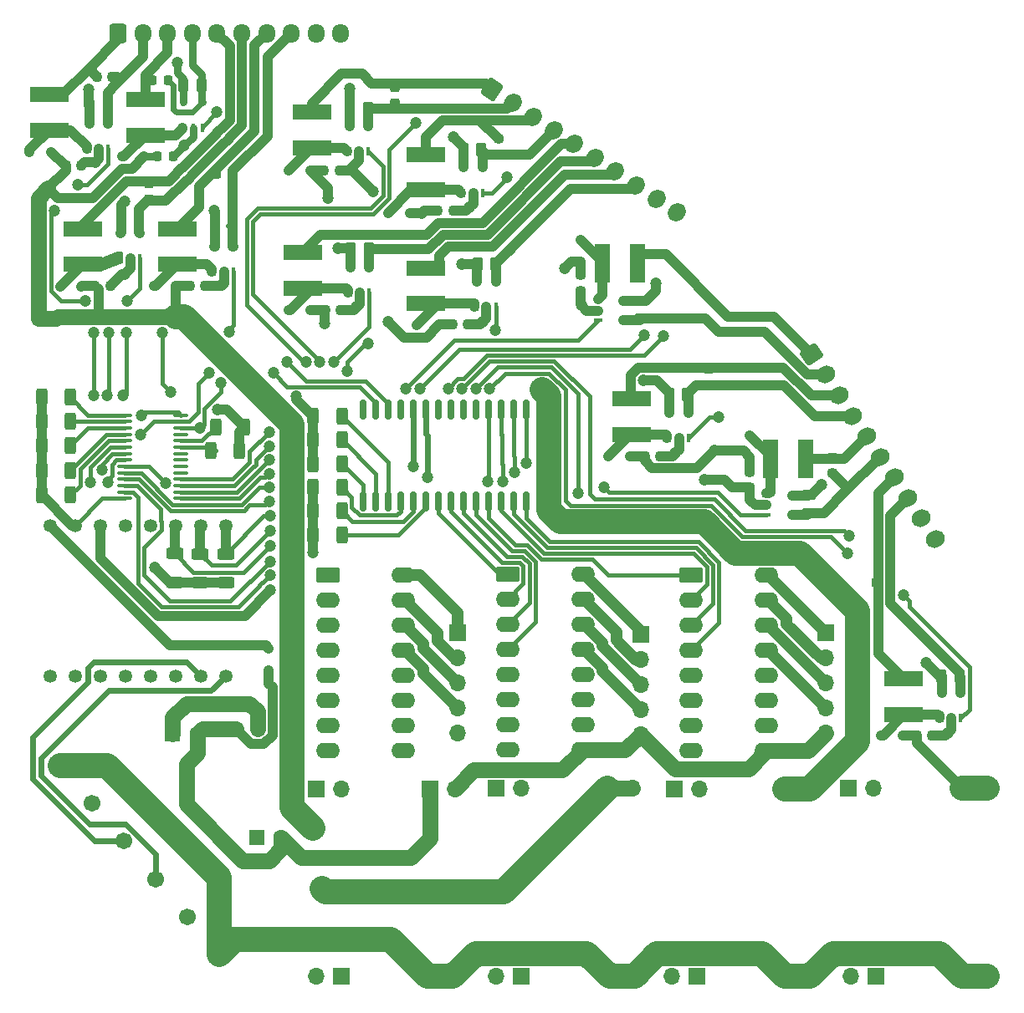
<source format=gbr>
%TF.GenerationSoftware,KiCad,Pcbnew,9.0.0*%
%TF.CreationDate,2025-12-15T13:56:06-05:00*%
%TF.ProjectId,LightDisc,4c696768-7444-4697-9363-2e6b69636164,rev?*%
%TF.SameCoordinates,Original*%
%TF.FileFunction,Copper,L1,Top*%
%TF.FilePolarity,Positive*%
%FSLAX46Y46*%
G04 Gerber Fmt 4.6, Leading zero omitted, Abs format (unit mm)*
G04 Created by KiCad (PCBNEW 9.0.0) date 2025-12-15 13:56:06*
%MOMM*%
%LPD*%
G01*
G04 APERTURE LIST*
G04 Aperture macros list*
%AMRoundRect*
0 Rectangle with rounded corners*
0 $1 Rounding radius*
0 $2 $3 $4 $5 $6 $7 $8 $9 X,Y pos of 4 corners*
0 Add a 4 corners polygon primitive as box body*
4,1,4,$2,$3,$4,$5,$6,$7,$8,$9,$2,$3,0*
0 Add four circle primitives for the rounded corners*
1,1,$1+$1,$2,$3*
1,1,$1+$1,$4,$5*
1,1,$1+$1,$6,$7*
1,1,$1+$1,$8,$9*
0 Add four rect primitives between the rounded corners*
20,1,$1+$1,$2,$3,$4,$5,0*
20,1,$1+$1,$4,$5,$6,$7,0*
20,1,$1+$1,$6,$7,$8,$9,0*
20,1,$1+$1,$8,$9,$2,$3,0*%
%AMHorizOval*
0 Thick line with rounded ends*
0 $1 width*
0 $2 $3 position (X,Y) of the first rounded end (center of the circle)*
0 $4 $5 position (X,Y) of the second rounded end (center of the circle)*
0 Add line between two ends*
20,1,$1,$2,$3,$4,$5,0*
0 Add two circle primitives to create the rounded ends*
1,1,$1,$2,$3*
1,1,$1,$4,$5*%
G04 Aperture macros list end*
%TA.AperFunction,Conductor*%
%ADD10C,0.200000*%
%TD*%
%TA.AperFunction,SMDPad,CuDef*%
%ADD11RoundRect,0.125000X-0.125000X0.125000X-0.125000X-0.125000X0.125000X-0.125000X0.125000X0.125000X0*%
%TD*%
%TA.AperFunction,ComponentPad*%
%ADD12RoundRect,0.250000X-0.600000X-0.725000X0.600000X-0.725000X0.600000X0.725000X-0.600000X0.725000X0*%
%TD*%
%TA.AperFunction,ComponentPad*%
%ADD13O,1.700000X1.950000*%
%TD*%
%TA.AperFunction,SMDPad,CuDef*%
%ADD14R,1.498600X3.987800*%
%TD*%
%TA.AperFunction,SMDPad,CuDef*%
%ADD15RoundRect,0.125000X0.125000X-0.125000X0.125000X0.125000X-0.125000X0.125000X-0.125000X-0.125000X0*%
%TD*%
%TA.AperFunction,SMDPad,CuDef*%
%ADD16R,0.952500X0.457200*%
%TD*%
%TA.AperFunction,SMDPad,CuDef*%
%ADD17RoundRect,0.250000X-0.450000X0.262500X-0.450000X-0.262500X0.450000X-0.262500X0.450000X0.262500X0*%
%TD*%
%TA.AperFunction,SMDPad,CuDef*%
%ADD18RoundRect,0.225000X0.250000X-0.225000X0.250000X0.225000X-0.250000X0.225000X-0.250000X-0.225000X0*%
%TD*%
%TA.AperFunction,SMDPad,CuDef*%
%ADD19RoundRect,0.225000X-0.250000X0.225000X-0.250000X-0.225000X0.250000X-0.225000X0.250000X0.225000X0*%
%TD*%
%TA.AperFunction,ComponentPad*%
%ADD20RoundRect,0.250000X-0.901392X-0.270402X0.097057X-0.936058X0.901392X0.270402X-0.097057X0.936058X0*%
%TD*%
%TA.AperFunction,ComponentPad*%
%ADD21HorizOval,1.700000X-0.069339X-0.104005X0.069339X0.104005X0*%
%TD*%
%TA.AperFunction,ComponentPad*%
%ADD22RoundRect,0.250000X-0.936060X0.097041X-0.270386X-0.901397X0.936060X-0.097041X0.270386X0.901397X0*%
%TD*%
%TA.AperFunction,ComponentPad*%
%ADD23HorizOval,1.700000X-0.104004X-0.069341X0.104004X0.069341X0*%
%TD*%
%TA.AperFunction,ComponentPad*%
%ADD24R,1.700000X1.700000*%
%TD*%
%TA.AperFunction,ComponentPad*%
%ADD25O,1.700000X1.700000*%
%TD*%
%TA.AperFunction,SMDPad,CuDef*%
%ADD26RoundRect,0.225000X-0.225000X-0.250000X0.225000X-0.250000X0.225000X0.250000X-0.225000X0.250000X0*%
%TD*%
%TA.AperFunction,SMDPad,CuDef*%
%ADD27RoundRect,0.225000X-0.335876X-0.017678X-0.017678X-0.335876X0.335876X0.017678X0.017678X0.335876X0*%
%TD*%
%TA.AperFunction,SMDPad,CuDef*%
%ADD28RoundRect,0.250000X-0.262500X-0.450000X0.262500X-0.450000X0.262500X0.450000X-0.262500X0.450000X0*%
%TD*%
%TA.AperFunction,SMDPad,CuDef*%
%ADD29R,3.987800X1.498600*%
%TD*%
%TA.AperFunction,ComponentPad*%
%ADD30C,1.701800*%
%TD*%
%TA.AperFunction,SMDPad,CuDef*%
%ADD31R,0.457200X0.952500*%
%TD*%
%TA.AperFunction,SMDPad,CuDef*%
%ADD32RoundRect,0.250000X-0.312500X-0.625000X0.312500X-0.625000X0.312500X0.625000X-0.312500X0.625000X0*%
%TD*%
%TA.AperFunction,SMDPad,CuDef*%
%ADD33RoundRect,0.250000X-0.625000X0.312500X-0.625000X-0.312500X0.625000X-0.312500X0.625000X0.312500X0*%
%TD*%
%TA.AperFunction,SMDPad,CuDef*%
%ADD34RoundRect,0.100000X-0.637500X-0.100000X0.637500X-0.100000X0.637500X0.100000X-0.637500X0.100000X0*%
%TD*%
%TA.AperFunction,ComponentPad*%
%ADD35RoundRect,0.250000X-0.950000X-0.550000X0.950000X-0.550000X0.950000X0.550000X-0.950000X0.550000X0*%
%TD*%
%TA.AperFunction,ComponentPad*%
%ADD36O,2.400000X1.600000*%
%TD*%
%TA.AperFunction,SMDPad,CuDef*%
%ADD37RoundRect,0.125000X-0.125000X-0.125000X0.125000X-0.125000X0.125000X0.125000X-0.125000X0.125000X0*%
%TD*%
%TA.AperFunction,SMDPad,CuDef*%
%ADD38RoundRect,0.125000X0.125000X0.125000X-0.125000X0.125000X-0.125000X-0.125000X0.125000X-0.125000X0*%
%TD*%
%TA.AperFunction,ComponentPad*%
%ADD39C,1.348000*%
%TD*%
%TA.AperFunction,SMDPad,CuDef*%
%ADD40RoundRect,0.250000X0.312500X0.625000X-0.312500X0.625000X-0.312500X-0.625000X0.312500X-0.625000X0*%
%TD*%
%TA.AperFunction,ComponentPad*%
%ADD41R,1.600000X1.600000*%
%TD*%
%TA.AperFunction,ComponentPad*%
%ADD42C,1.600000*%
%TD*%
%TA.AperFunction,SMDPad,CuDef*%
%ADD43RoundRect,0.150000X-0.150000X0.875000X-0.150000X-0.875000X0.150000X-0.875000X0.150000X0.875000X0*%
%TD*%
%TA.AperFunction,SMDPad,CuDef*%
%ADD44RoundRect,0.225000X0.225000X0.250000X-0.225000X0.250000X-0.225000X-0.250000X0.225000X-0.250000X0*%
%TD*%
%TA.AperFunction,ViaPad*%
%ADD45C,1.200000*%
%TD*%
%TA.AperFunction,Conductor*%
%ADD46C,1.000000*%
%TD*%
%TA.AperFunction,Conductor*%
%ADD47C,0.400000*%
%TD*%
%TA.AperFunction,Conductor*%
%ADD48C,0.600000*%
%TD*%
%TA.AperFunction,Conductor*%
%ADD49C,1.600000*%
%TD*%
%TA.AperFunction,Conductor*%
%ADD50C,0.800000*%
%TD*%
%TA.AperFunction,Conductor*%
%ADD51C,2.500000*%
%TD*%
%TA.AperFunction,Conductor*%
%ADD52C,1.200000*%
%TD*%
G04 APERTURE END LIST*
D10*
%TO.N,Net-(D6-A)*%
X131900000Y-45700000D02*
X129700000Y-46535221D01*
X129700000Y-45335221D01*
X131400000Y-44735221D01*
X131900000Y-44735221D01*
X131900000Y-45700000D01*
%TA.AperFunction,Conductor*%
G36*
X131900000Y-45700000D02*
G01*
X129700000Y-46535221D01*
X129700000Y-45335221D01*
X131400000Y-44735221D01*
X131900000Y-44735221D01*
X131900000Y-45700000D01*
G37*
%TD.AperFunction*%
%TD*%
D11*
%TO.P,D14,1,K*%
%TO.N,Net-(D14-K)*%
X146750000Y-84800000D03*
%TO.P,D14,2,A*%
%TO.N,5V*%
X146750000Y-87000000D03*
%TD*%
D12*
%TO.P,J2,1,Pin_1*%
%TO.N,Net-(J2-Pin_1)*%
X131500000Y-22500000D03*
D13*
%TO.P,J2,2,Pin_2*%
%TO.N,Net-(J2-Pin_2)*%
X134000000Y-22500000D03*
%TO.P,J2,3,Pin_3*%
%TO.N,Net-(J2-Pin_3)*%
X136500000Y-22500000D03*
%TO.P,J2,4,Pin_4*%
%TO.N,Net-(J2-Pin_4)*%
X139000000Y-22500000D03*
%TO.P,J2,5,Pin_5*%
%TO.N,Net-(J2-Pin_5)*%
X141500000Y-22500000D03*
%TO.P,J2,6,Pin_6*%
%TO.N,Net-(J2-Pin_6)*%
X144000000Y-22500000D03*
%TO.P,J2,7,Pin_7*%
%TO.N,Net-(J2-Pin_7)*%
X146500000Y-22500000D03*
%TO.P,J2,8,Pin_8*%
%TO.N,Net-(J2-Pin_8)*%
X149000000Y-22500000D03*
%TO.P,J2,9,Pin_9*%
%TO.N,3.3V*%
X151500000Y-22500000D03*
%TO.P,J2,10,Pin_10*%
%TO.N,Temp1*%
X154000000Y-22500000D03*
%TD*%
D14*
%TO.P,L9,2,2*%
%TO.N,Net-(D9-A)*%
X180454812Y-45800000D03*
%TO.P,L9,1,1*%
%TO.N,Net-(J19-Pin_1)*%
X184061612Y-45800000D03*
%TD*%
D15*
%TO.P,D9,2,A*%
%TO.N,Net-(D9-A)*%
X178258212Y-43400000D03*
%TO.P,D9,1,K*%
%TO.N,4V3*%
X178258212Y-45600000D03*
%TD*%
D16*
%TO.P,U16,5,VIN*%
%TO.N,4V3*%
X182634562Y-49649999D03*
%TO.P,U16,4,SET*%
%TO.N,Net-(J19-Pin_2)*%
X182634562Y-51550001D03*
%TO.P,U16,3,CTRL*%
%TO.N,LED3R*%
X180081862Y-51550001D03*
%TO.P,U16,2,GND*%
%TO.N,GND*%
X180081862Y-50600000D03*
%TO.P,U16,1,SW*%
%TO.N,Net-(D9-A)*%
X180081862Y-49649999D03*
%TD*%
D17*
%TO.P,R16,2*%
%TO.N,Net-(J19-Pin_2)*%
X184458212Y-51412500D03*
%TO.P,R16,1*%
%TO.N,4V3*%
X184458212Y-49587500D03*
%TD*%
D18*
%TO.P,C25,2*%
%TO.N,4V3*%
X178258212Y-47025000D03*
%TO.P,C25,1*%
%TO.N,GND*%
X178258212Y-48575000D03*
%TD*%
D17*
%TO.P,R18,1*%
%TO.N,4V3*%
X201396600Y-69275000D03*
%TO.P,R18,2*%
%TO.N,Net-(J19-Pin_6)*%
X201396600Y-71100000D03*
%TD*%
D14*
%TO.P,L11,1,1*%
%TO.N,Net-(J19-Pin_5)*%
X201100000Y-65600000D03*
%TO.P,L11,2,2*%
%TO.N,Net-(D11-A)*%
X197493200Y-65600000D03*
%TD*%
D16*
%TO.P,U18,1,SW*%
%TO.N,Net-(D11-A)*%
X197120250Y-69349999D03*
%TO.P,U18,2,GND*%
%TO.N,GND*%
X197120250Y-70300000D03*
%TO.P,U18,3,CTRL*%
%TO.N,LED3B*%
X197120250Y-71250001D03*
%TO.P,U18,4,SET*%
%TO.N,Net-(J19-Pin_6)*%
X199672950Y-71250001D03*
%TO.P,U18,5,VIN*%
%TO.N,4V3*%
X199672950Y-69349999D03*
%TD*%
D15*
%TO.P,D11,1,K*%
%TO.N,4V3*%
X195396600Y-65400000D03*
%TO.P,D11,2,A*%
%TO.N,Net-(D11-A)*%
X195396600Y-63200000D03*
%TD*%
D19*
%TO.P,C31,1*%
%TO.N,Net-(J19-Pin_5)*%
X203750000Y-65475000D03*
%TO.P,C31,2*%
%TO.N,Net-(J19-Pin_6)*%
X203750000Y-67025000D03*
%TD*%
D20*
%TO.P,J12,1,Pin_1*%
%TO.N,Net-(J12-Pin_1)*%
X169319381Y-28179294D03*
D21*
%TO.P,J12,2,Pin_2*%
%TO.N,Net-(J12-Pin_2)*%
X171399484Y-29566078D03*
%TO.P,J12,3,Pin_3*%
%TO.N,Net-(J12-Pin_3)*%
X173479587Y-30952863D03*
%TO.P,J12,4,Pin_4*%
%TO.N,Net-(J12-Pin_4)*%
X175559690Y-32339647D03*
%TO.P,J12,5,Pin_5*%
%TO.N,Net-(J12-Pin_5)*%
X177639794Y-33726431D03*
%TO.P,J12,6,Pin_6*%
%TO.N,Net-(J12-Pin_6)*%
X179719897Y-35113216D03*
%TO.P,J12,7,Pin_7*%
%TO.N,Net-(J12-Pin_7)*%
X181800000Y-36500000D03*
%TO.P,J12,8,Pin_8*%
%TO.N,Net-(J12-Pin_8)*%
X183880103Y-37886784D03*
%TO.P,J12,9,Pin_9*%
%TO.N,3.3V*%
X185960206Y-39273569D03*
%TO.P,J12,10,Pin_10*%
%TO.N,Temp2*%
X188040309Y-40660353D03*
%TD*%
D22*
%TO.P,J19,1,Pin_1*%
%TO.N,Net-(J19-Pin_1)*%
X201679294Y-55019381D03*
D23*
%TO.P,J19,2,Pin_2*%
%TO.N,Net-(J19-Pin_2)*%
X203066114Y-57099461D03*
%TO.P,J19,3,Pin_3*%
%TO.N,Net-(J19-Pin_3)*%
X204452936Y-59179538D03*
%TO.P,J19,4,Pin_4*%
%TO.N,Net-(J19-Pin_4)*%
X205839756Y-61259617D03*
%TO.P,J19,5,Pin_5*%
%TO.N,Net-(J19-Pin_5)*%
X207226576Y-63339697D03*
%TO.P,J19,6,Pin_6*%
%TO.N,Net-(J19-Pin_6)*%
X208613399Y-65419776D03*
%TO.P,J19,7,Pin_7*%
%TO.N,Net-(J19-Pin_7)*%
X210000218Y-67499855D03*
%TO.P,J19,8,Pin_8*%
%TO.N,Net-(J19-Pin_8)*%
X211387038Y-69579934D03*
%TO.P,J19,9,Pin_9*%
%TO.N,3.3V*%
X212773859Y-71660012D03*
%TO.P,J19,10,Pin_10*%
%TO.N,Temp3*%
X214160681Y-73740091D03*
%TD*%
D24*
%TO.P,J20,1,Pin_1*%
%TO.N,Net-(J20-Pin_1)*%
X165875844Y-83262500D03*
D25*
%TO.P,J20,2,Pin_2*%
%TO.N,Net-(J20-Pin_2)*%
X165875844Y-85802500D03*
%TO.P,J20,3,Pin_3*%
%TO.N,Net-(J20-Pin_3)*%
X165875844Y-88342500D03*
%TO.P,J20,4,Pin_4*%
%TO.N,Net-(J20-Pin_4)*%
X165875844Y-90882500D03*
%TO.P,J20,5,Pin_5*%
%TO.N,5V*%
X165875844Y-93422500D03*
%TD*%
D24*
%TO.P,J11,1,Pin_1*%
%TO.N,Net-(J11-Pin_1)*%
X184390000Y-83350000D03*
D25*
%TO.P,J11,2,Pin_2*%
%TO.N,Net-(J11-Pin_2)*%
X184390000Y-85890000D03*
%TO.P,J11,3,Pin_3*%
%TO.N,Net-(J11-Pin_3)*%
X184390000Y-88430000D03*
%TO.P,J11,4,Pin_4*%
%TO.N,Net-(J11-Pin_4)*%
X184390000Y-90970000D03*
%TO.P,J11,5,Pin_5*%
%TO.N,5V*%
X184390000Y-93510000D03*
%TD*%
D24*
%TO.P,J14,1,Pin_1*%
%TO.N,Net-(J14-Pin_1)*%
X203120000Y-83240000D03*
D25*
%TO.P,J14,2,Pin_2*%
%TO.N,Net-(J14-Pin_2)*%
X203120000Y-85780000D03*
%TO.P,J14,3,Pin_3*%
%TO.N,Net-(J14-Pin_3)*%
X203120000Y-88320000D03*
%TO.P,J14,4,Pin_4*%
%TO.N,Net-(J14-Pin_4)*%
X203120000Y-90860000D03*
%TO.P,J14,5,Pin_5*%
%TO.N,5V*%
X203120000Y-93400000D03*
%TD*%
D26*
%TO.P,C32,1*%
%TO.N,Net-(J19-Pin_7)*%
X208145000Y-78100000D03*
%TO.P,C32,2*%
%TO.N,Net-(J19-Pin_8)*%
X209695000Y-78100000D03*
%TD*%
D19*
%TO.P,C23,1*%
%TO.N,Net-(J12-Pin_5)*%
X159500000Y-42825000D03*
%TO.P,C23,2*%
%TO.N,Net-(J12-Pin_6)*%
X159500000Y-44375000D03*
%TD*%
%TO.P,C30,1*%
%TO.N,Net-(J19-Pin_3)*%
X191250000Y-56525000D03*
%TO.P,C30,2*%
%TO.N,Net-(J19-Pin_4)*%
X191250000Y-58075000D03*
%TD*%
%TO.P,C21,1*%
%TO.N,Net-(J12-Pin_1)*%
X159500000Y-28025000D03*
%TO.P,C21,2*%
%TO.N,Net-(J12-Pin_2)*%
X159500000Y-29575000D03*
%TD*%
%TO.P,C22,1*%
%TO.N,Net-(J12-Pin_3)*%
X170000000Y-33225000D03*
%TO.P,C22,2*%
%TO.N,Net-(J12-Pin_4)*%
X170000000Y-34775000D03*
%TD*%
%TO.P,C29,1*%
%TO.N,Net-(J19-Pin_1)*%
X193800000Y-51200000D03*
%TO.P,C29,2*%
%TO.N,Net-(J19-Pin_2)*%
X193800000Y-52750000D03*
%TD*%
D26*
%TO.P,C14,1*%
%TO.N,Net-(J2-Pin_3)*%
X134975000Y-27250000D03*
%TO.P,C14,2*%
%TO.N,Net-(J2-Pin_4)*%
X136525000Y-27250000D03*
%TD*%
D27*
%TO.P,C24,1*%
%TO.N,Net-(J12-Pin_7)*%
X170051992Y-43451992D03*
%TO.P,C24,2*%
%TO.N,Net-(J12-Pin_8)*%
X171148008Y-44548008D03*
%TD*%
D26*
%TO.P,C13,1*%
%TO.N,Net-(J2-Pin_1)*%
X129345000Y-26900000D03*
%TO.P,C13,2*%
%TO.N,Net-(J2-Pin_2)*%
X130895000Y-26900000D03*
%TD*%
D19*
%TO.P,C15,1*%
%TO.N,Net-(J2-Pin_5)*%
X134600000Y-37725000D03*
%TO.P,C15,2*%
%TO.N,Net-(J2-Pin_6)*%
X134600000Y-39275000D03*
%TD*%
D26*
%TO.P,C16,1*%
%TO.N,Net-(J2-Pin_7)*%
X141475000Y-36750000D03*
%TO.P,C16,2*%
%TO.N,Net-(J2-Pin_8)*%
X143025000Y-36750000D03*
%TD*%
D28*
%TO.P,R17,1*%
%TO.N,4V3*%
X187237499Y-59119424D03*
%TO.P,R17,2*%
%TO.N,Net-(J19-Pin_4)*%
X189062499Y-59119424D03*
%TD*%
D29*
%TO.P,L6,1,1*%
%TO.N,Net-(J12-Pin_3)*%
X162625000Y-34768200D03*
%TO.P,L6,2,2*%
%TO.N,Net-(D2-A)*%
X162625000Y-38375000D03*
%TD*%
D30*
%TO.P,J13,1,1*%
%TO.N,24V*%
X125644247Y-96679110D03*
%TO.P,J13,2,2*%
%TO.N,GND*%
X128858185Y-100509332D03*
%TO.P,J13,3,3*%
%TO.N,Net-(U1-GPIO20)*%
X132072123Y-104339554D03*
%TO.P,J13,4,4*%
%TO.N,Net-(U1-GPIO21)*%
X135286061Y-108169777D03*
%TO.P,J13,5,5*%
%TO.N,GND*%
X138500000Y-112000000D03*
%TO.P,J13,6,6*%
%TO.N,24V*%
X141713938Y-115830222D03*
%TD*%
D31*
%TO.P,U14,1,SW*%
%TO.N,Net-(D3-A)*%
X154993649Y-48752700D03*
%TO.P,U14,2,GND*%
%TO.N,GND*%
X155943650Y-48752700D03*
%TO.P,U14,3,CTRL*%
%TO.N,LED2B*%
X156893651Y-48752700D03*
%TO.P,U14,4,SET*%
%TO.N,Net-(J12-Pin_6)*%
X156893651Y-46200000D03*
%TO.P,U14,5,VIN*%
%TO.N,4V2*%
X154993649Y-46200000D03*
%TD*%
D24*
%TO.P,J16,1,Pin_1*%
%TO.N,GND*%
X190055000Y-118025000D03*
D25*
%TO.P,J16,2,Pin_2*%
X187515000Y-118025000D03*
%TD*%
D24*
%TO.P,J9,1,Pin_1*%
%TO.N,4V1*%
X181010000Y-98975000D03*
D25*
%TO.P,J9,2,Pin_2*%
X183550000Y-98975000D03*
%TD*%
D29*
%TO.P,L4,1,1*%
%TO.N,Net-(J2-Pin_7)*%
X137487500Y-42296600D03*
%TO.P,L4,2,2*%
%TO.N,Net-(D5-A)*%
X137487500Y-45903400D03*
%TD*%
D32*
%TO.P,R28,1*%
%TO.N,Net-(U2-~{OE})*%
X140837500Y-64800000D03*
%TO.P,R28,2*%
%TO.N,GND*%
X143762500Y-64800000D03*
%TD*%
D24*
%TO.P,J10,1,Pin_1*%
%TO.N,GND*%
X169760000Y-99000000D03*
D25*
%TO.P,J10,2,Pin_2*%
X172300000Y-99000000D03*
%TD*%
D33*
%TO.P,R20,1*%
%TO.N,Temp3*%
X137200000Y-75200000D03*
%TO.P,R20,2*%
%TO.N,GND*%
X137200000Y-78125000D03*
%TD*%
D29*
%TO.P,L8,1,1*%
%TO.N,Net-(J12-Pin_7)*%
X162600000Y-46296600D03*
%TO.P,L8,2,2*%
%TO.N,Net-(D4-A)*%
X162600000Y-49903400D03*
%TD*%
D34*
%TO.P,U2,1,A0*%
%TO.N,Net-(U2-A0)*%
X132137500Y-61175000D03*
%TO.P,U2,2,A1*%
%TO.N,Net-(U2-A1)*%
X132137500Y-61825000D03*
%TO.P,U2,3,A2*%
%TO.N,Net-(U2-A2)*%
X132137500Y-62475000D03*
%TO.P,U2,4,A3*%
%TO.N,Net-(U2-A3)*%
X132137500Y-63125000D03*
%TO.P,U2,5,A4*%
%TO.N,Net-(U2-A4)*%
X132137500Y-63775000D03*
%TO.P,U2,6,LED0*%
%TO.N,LED1R*%
X132137500Y-64425000D03*
%TO.P,U2,7,LED1*%
%TO.N,LED1G*%
X132137500Y-65075000D03*
%TO.P,U2,8,LED2*%
%TO.N,LED1B*%
X132137500Y-65725000D03*
%TO.P,U2,9,LED3*%
%TO.N,LED1W*%
X132137500Y-66375000D03*
%TO.P,U2,10,LED4*%
%TO.N,LED3R*%
X132137500Y-67025000D03*
%TO.P,U2,11,LED5*%
%TO.N,LED3G*%
X132137500Y-67675000D03*
%TO.P,U2,12,LED6*%
%TO.N,LED3B*%
X132137500Y-68325000D03*
%TO.P,U2,13,LED7*%
%TO.N,LED3W*%
X132137500Y-68975000D03*
%TO.P,U2,14,VSS*%
%TO.N,GND*%
X132137500Y-69625000D03*
%TO.P,U2,15,LED8*%
%TO.N,LED2W*%
X137862500Y-69625000D03*
%TO.P,U2,16,LED9*%
%TO.N,LED2B*%
X137862500Y-68975000D03*
%TO.P,U2,17,LED10*%
%TO.N,LED2G*%
X137862500Y-68325000D03*
%TO.P,U2,18,LED11*%
%TO.N,LED2R*%
X137862500Y-67675000D03*
%TO.P,U2,19,LED12*%
%TO.N,unconnected-(U2-LED12-Pad19)*%
X137862500Y-67025000D03*
%TO.P,U2,20,LED13*%
%TO.N,unconnected-(U2-LED13-Pad20)*%
X137862500Y-66375000D03*
%TO.P,U2,21,LED14*%
%TO.N,unconnected-(U2-LED14-Pad21)*%
X137862500Y-65725000D03*
%TO.P,U2,22,LED15*%
%TO.N,unconnected-(U2-LED15-Pad22)*%
X137862500Y-65075000D03*
%TO.P,U2,23,~{OE}*%
%TO.N,Net-(U2-~{OE})*%
X137862500Y-64425000D03*
%TO.P,U2,24,A5*%
%TO.N,Net-(U2-A5)*%
X137862500Y-63775000D03*
%TO.P,U2,25,EXTCLK*%
%TO.N,unconnected-(U2-EXTCLK-Pad25)*%
X137862500Y-63125000D03*
%TO.P,U2,26,SCL*%
%TO.N,SCL*%
X137862500Y-62475000D03*
%TO.P,U2,27,SDA*%
%TO.N,SDA*%
X137862500Y-61825000D03*
%TO.P,U2,28,VDD*%
%TO.N,3.3V*%
X137862500Y-61175000D03*
%TD*%
D35*
%TO.P,Q1,1*%
%TO.N,S1*%
X170890000Y-77310000D03*
D36*
%TO.P,Q1,2*%
%TO.N,S2*%
X170890000Y-79850000D03*
%TO.P,Q1,3*%
%TO.N,S3*%
X170890000Y-82390000D03*
%TO.P,Q1,4*%
%TO.N,S4*%
X170890000Y-84930000D03*
%TO.P,Q1,5*%
%TO.N,unconnected-(Q1-Pad5)*%
X170890000Y-87470000D03*
%TO.P,Q1,6*%
%TO.N,unconnected-(Q1-Pad6)*%
X170890000Y-90010000D03*
%TO.P,Q1,7*%
%TO.N,unconnected-(Q1-Pad7)*%
X170890000Y-92550000D03*
%TO.P,Q1,8,E*%
%TO.N,GND*%
X170890000Y-95090000D03*
%TO.P,Q1,9*%
%TO.N,5V*%
X178510000Y-95090000D03*
%TO.P,Q1,10*%
%TO.N,unconnected-(Q1-Pad10)*%
X178510000Y-92550000D03*
%TO.P,Q1,11*%
%TO.N,unconnected-(Q1-Pad11)*%
X178510000Y-90010000D03*
%TO.P,Q1,12*%
%TO.N,unconnected-(Q1-Pad12)*%
X178510000Y-87470000D03*
%TO.P,Q1,13*%
%TO.N,Net-(J11-Pin_4)*%
X178510000Y-84930000D03*
%TO.P,Q1,14*%
%TO.N,Net-(J11-Pin_3)*%
X178510000Y-82390000D03*
%TO.P,Q1,15*%
%TO.N,Net-(J11-Pin_2)*%
X178510000Y-79850000D03*
%TO.P,Q1,16*%
%TO.N,Net-(J11-Pin_1)*%
X178510000Y-77310000D03*
%TD*%
D37*
%TO.P,D13,1,K*%
%TO.N,5V*%
X143400000Y-93000000D03*
%TO.P,D13,2,A*%
%TO.N,GND*%
X145600000Y-93000000D03*
%TD*%
D24*
%TO.P,J18,1,Pin_1*%
%TO.N,GND*%
X187765000Y-99025000D03*
D25*
%TO.P,J18,2,Pin_2*%
X190305000Y-99025000D03*
%TD*%
D31*
%TO.P,U9,1,SW*%
%TO.N,Net-(D7-A)*%
X138099998Y-32052700D03*
%TO.P,U9,2,GND*%
%TO.N,GND*%
X139049999Y-32052700D03*
%TO.P,U9,3,CTRL*%
%TO.N,LED1G*%
X140000000Y-32052700D03*
%TO.P,U9,4,SET*%
%TO.N,Net-(J2-Pin_4)*%
X140000000Y-29500000D03*
%TO.P,U9,5,VIN*%
%TO.N,4V1*%
X138099998Y-29500000D03*
%TD*%
D28*
%TO.P,R9,1*%
%TO.N,4V1*%
X141275000Y-42400000D03*
%TO.P,R9,2*%
%TO.N,Net-(J2-Pin_8)*%
X143100000Y-42400000D03*
%TD*%
D38*
%TO.P,D6,1,K*%
%TO.N,4V1*%
X127712500Y-48200000D03*
%TO.P,D6,2,A*%
%TO.N,Net-(D6-A)*%
X125512500Y-48200000D03*
%TD*%
D24*
%TO.P,J24,1,Pin_1*%
%TO.N,GND*%
X205390000Y-99000000D03*
D25*
%TO.P,J24,2,Pin_2*%
X207930000Y-99000000D03*
%TD*%
D39*
%TO.P,U1,0,GPIO0*%
%TO.N,Temp1*%
X142380000Y-72380000D03*
%TO.P,U1,1,GPIO1*%
%TO.N,Temp2*%
X139840000Y-72380000D03*
%TO.P,U1,2,GPIO2*%
%TO.N,Temp3*%
X137300000Y-72380000D03*
%TO.P,U1,3,GPIO3*%
%TO.N,unconnected-(U1-GPIO3-Pad3)*%
X134760000Y-72380000D03*
%TO.P,U1,3.3,3V3*%
%TO.N,3.3V*%
X129680000Y-72380000D03*
%TO.P,U1,4,GPIO4*%
%TO.N,unconnected-(U1-GPIO4-Pad4)*%
X132220000Y-72380000D03*
%TO.P,U1,5,GPIO5*%
%TO.N,unconnected-(U1-GPIO5-Pad5)*%
X124600000Y-87620000D03*
%TO.P,U1,5V,5V*%
%TO.N,Net-(D14-K)*%
X124600000Y-72380000D03*
%TO.P,U1,6,GPIO6*%
%TO.N,unconnected-(U1-GPIO6-Pad6)*%
X127140000Y-87620000D03*
%TO.P,U1,7,GPIO7*%
%TO.N,unconnected-(U1-GPIO7-Pad7)*%
X129680000Y-87620000D03*
%TO.P,U1,8,GPIO8*%
%TO.N,SDA*%
X132220000Y-87620000D03*
%TO.P,U1,9,GPIO9*%
%TO.N,SCL*%
X134760000Y-87620000D03*
%TO.P,U1,10,GPIO10*%
%TO.N,unconnected-(U1-GPIO10-Pad10)*%
X137300000Y-87620000D03*
%TO.P,U1,20,GPIO20*%
%TO.N,Net-(U1-GPIO20)*%
X139840000Y-87620000D03*
%TO.P,U1,21,GPIO21*%
%TO.N,Net-(U1-GPIO21)*%
X142380000Y-87620000D03*
%TO.P,U1,G,GND*%
%TO.N,GND*%
X127140000Y-72380000D03*
%TD*%
D40*
%TO.P,R27,1*%
%TO.N,Net-(U2-A0)*%
X126662500Y-59375000D03*
%TO.P,R27,2*%
%TO.N,GND*%
X123737500Y-59375000D03*
%TD*%
D29*
%TO.P,L10,1,1*%
%TO.N,Net-(J19-Pin_3)*%
X183449999Y-59516024D03*
%TO.P,L10,2,2*%
%TO.N,Net-(D10-A)*%
X183449999Y-63122824D03*
%TD*%
D40*
%TO.P,R5,1*%
%TO.N,Net-(U4-A1)*%
X154162500Y-63700000D03*
%TO.P,R5,2*%
%TO.N,GND*%
X151237500Y-63700000D03*
%TD*%
D24*
%TO.P,J5,1,Pin_1*%
%TO.N,5V*%
X163030000Y-99050000D03*
D25*
%TO.P,J5,2,Pin_2*%
X165570000Y-99050000D03*
%TD*%
D29*
%TO.P,L3,1,1*%
%TO.N,Net-(J2-Pin_5)*%
X127912500Y-42296600D03*
%TO.P,L3,2,2*%
%TO.N,Net-(D6-A)*%
X127912500Y-45903400D03*
%TD*%
D33*
%TO.P,R15,1*%
%TO.N,Temp2*%
X139800000Y-75237500D03*
%TO.P,R15,2*%
%TO.N,GND*%
X139800000Y-78162500D03*
%TD*%
D40*
%TO.P,R24,1*%
%TO.N,Net-(U2-A3)*%
X126662500Y-66775000D03*
%TO.P,R24,2*%
%TO.N,GND*%
X123737500Y-66775000D03*
%TD*%
D38*
%TO.P,D1,1,K*%
%TO.N,4V2*%
X150903400Y-36403400D03*
%TO.P,D1,2,A*%
%TO.N,Net-(D1-A)*%
X148703400Y-36403400D03*
%TD*%
D24*
%TO.P,J15,1,Pin_1*%
%TO.N,24V*%
X198975000Y-118025000D03*
D25*
%TO.P,J15,2,Pin_2*%
X201515000Y-118025000D03*
%TD*%
D38*
%TO.P,D4,1,K*%
%TO.N,4V2*%
X163903400Y-52100000D03*
%TO.P,D4,2,A*%
%TO.N,Net-(D4-A)*%
X161703400Y-52100000D03*
%TD*%
D28*
%TO.P,R14,1*%
%TO.N,4V2*%
X167840899Y-45900000D03*
%TO.P,R14,2*%
%TO.N,Net-(J12-Pin_8)*%
X169665899Y-45900000D03*
%TD*%
D33*
%TO.P,R10,1*%
%TO.N,Temp1*%
X142400000Y-75237500D03*
%TO.P,R10,2*%
%TO.N,GND*%
X142400000Y-78162500D03*
%TD*%
D32*
%TO.P,R22,1*%
%TO.N,Net-(U2-A5)*%
X141337500Y-62400000D03*
%TO.P,R22,2*%
%TO.N,GND*%
X144262500Y-62400000D03*
%TD*%
D40*
%TO.P,R23,1*%
%TO.N,Net-(U2-A4)*%
X126662500Y-69275000D03*
%TO.P,R23,2*%
%TO.N,GND*%
X123737500Y-69275000D03*
%TD*%
D31*
%TO.P,U13,1,SW*%
%TO.N,Net-(D2-A)*%
X166471599Y-38647950D03*
%TO.P,U13,2,GND*%
%TO.N,GND*%
X167421600Y-38647950D03*
%TO.P,U13,3,CTRL*%
%TO.N,LED2G*%
X168371601Y-38647950D03*
%TO.P,U13,4,SET*%
%TO.N,Net-(J12-Pin_4)*%
X168371601Y-36095250D03*
%TO.P,U13,5,VIN*%
%TO.N,4V2*%
X166471599Y-36095250D03*
%TD*%
D41*
%TO.P,C2,1*%
%TO.N,GND*%
X145500000Y-104000000D03*
D42*
%TO.P,C2,2*%
%TO.N,5V*%
X148000000Y-104000000D03*
%TD*%
D40*
%TO.P,R25,1*%
%TO.N,Net-(U2-A2)*%
X126662500Y-64275000D03*
%TO.P,R25,2*%
%TO.N,GND*%
X123737500Y-64275000D03*
%TD*%
D41*
%TO.P,C1,1*%
%TO.N,GND*%
X137000000Y-93500000D03*
D42*
%TO.P,C1,2*%
%TO.N,5V*%
X139500000Y-93500000D03*
%TD*%
D35*
%TO.P,Q3,1*%
%TO.N,S9*%
X152755844Y-77380000D03*
D36*
%TO.P,Q3,2*%
%TO.N,S10*%
X152755844Y-79920000D03*
%TO.P,Q3,3*%
%TO.N,S11*%
X152755844Y-82460000D03*
%TO.P,Q3,4*%
%TO.N,S12*%
X152755844Y-85000000D03*
%TO.P,Q3,5*%
%TO.N,unconnected-(Q3-Pad5)*%
X152755844Y-87540000D03*
%TO.P,Q3,6*%
%TO.N,unconnected-(Q3-Pad6)*%
X152755844Y-90080000D03*
%TO.P,Q3,7*%
%TO.N,unconnected-(Q3-Pad7)*%
X152755844Y-92620000D03*
%TO.P,Q3,8,E*%
%TO.N,GND*%
X152755844Y-95160000D03*
%TO.P,Q3,9*%
%TO.N,5V*%
X160375844Y-95160000D03*
%TO.P,Q3,10*%
%TO.N,unconnected-(Q3-Pad10)*%
X160375844Y-92620000D03*
%TO.P,Q3,11*%
%TO.N,unconnected-(Q3-Pad11)*%
X160375844Y-90080000D03*
%TO.P,Q3,12*%
%TO.N,unconnected-(Q3-Pad12)*%
X160375844Y-87540000D03*
%TO.P,Q3,13*%
%TO.N,Net-(J20-Pin_4)*%
X160375844Y-85000000D03*
%TO.P,Q3,14*%
%TO.N,Net-(J20-Pin_3)*%
X160375844Y-82460000D03*
%TO.P,Q3,15*%
%TO.N,Net-(J20-Pin_2)*%
X160375844Y-79920000D03*
%TO.P,Q3,16*%
%TO.N,Net-(J20-Pin_1)*%
X160375844Y-77380000D03*
%TD*%
D24*
%TO.P,J6,1,Pin_1*%
%TO.N,GND*%
X151530000Y-99050000D03*
D25*
%TO.P,J6,2,Pin_2*%
X154070000Y-99050000D03*
%TD*%
D31*
%TO.P,U11,1,SW*%
%TO.N,Net-(D5-A)*%
X141237499Y-46676350D03*
%TO.P,U11,2,GND*%
%TO.N,GND*%
X142187500Y-46676350D03*
%TO.P,U11,3,CTRL*%
%TO.N,LED1W*%
X143137501Y-46676350D03*
%TO.P,U11,4,SET*%
%TO.N,Net-(J2-Pin_8)*%
X143137501Y-44123650D03*
%TO.P,U11,5,VIN*%
%TO.N,4V1*%
X141237499Y-44123650D03*
%TD*%
%TO.P,U12,1,SW*%
%TO.N,Net-(D1-A)*%
X154903398Y-34456100D03*
%TO.P,U12,2,GND*%
%TO.N,GND*%
X155853399Y-34456100D03*
%TO.P,U12,3,CTRL*%
%TO.N,LED2R*%
X156803400Y-34456100D03*
%TO.P,U12,4,SET*%
%TO.N,Net-(J12-Pin_2)*%
X156803400Y-31903400D03*
%TO.P,U12,5,VIN*%
%TO.N,4V2*%
X154903398Y-31903400D03*
%TD*%
D28*
%TO.P,R7,1*%
%TO.N,4V1*%
X138087500Y-27750000D03*
%TO.P,R7,2*%
%TO.N,Net-(J2-Pin_4)*%
X139912500Y-27750000D03*
%TD*%
D24*
%TO.P,J8,1,Pin_1*%
%TO.N,GND*%
X172260000Y-118000000D03*
D25*
%TO.P,J8,2,Pin_2*%
X169720000Y-118000000D03*
%TD*%
D38*
%TO.P,D3,1,K*%
%TO.N,4V2*%
X150920000Y-50500000D03*
%TO.P,D3,2,A*%
%TO.N,Net-(D3-A)*%
X148720000Y-50500000D03*
%TD*%
D40*
%TO.P,R1,1*%
%TO.N,Net-(U4-A2)*%
X154162500Y-61300000D03*
%TO.P,R1,2*%
%TO.N,GND*%
X151237500Y-61300000D03*
%TD*%
D38*
%TO.P,D10,1,K*%
%TO.N,4V3*%
X183249999Y-65319424D03*
%TO.P,D10,2,A*%
%TO.N,Net-(D10-A)*%
X181049999Y-65319424D03*
%TD*%
D31*
%TO.P,U15,1,SW*%
%TO.N,Net-(D4-A)*%
X167803398Y-50200000D03*
%TO.P,U15,2,GND*%
%TO.N,GND*%
X168753399Y-50200000D03*
%TO.P,U15,3,CTRL*%
%TO.N,LED2W*%
X169703400Y-50200000D03*
%TO.P,U15,4,SET*%
%TO.N,Net-(J12-Pin_8)*%
X169703400Y-47647300D03*
%TO.P,U15,5,VIN*%
%TO.N,4V2*%
X167803398Y-47647300D03*
%TD*%
D29*
%TO.P,L7,1,1*%
%TO.N,Net-(J12-Pin_5)*%
X150200000Y-44696600D03*
%TO.P,L7,2,2*%
%TO.N,Net-(D3-A)*%
X150200000Y-48303400D03*
%TD*%
D24*
%TO.P,J3,1,Pin_1*%
%TO.N,24V*%
X162820000Y-118050000D03*
D25*
%TO.P,J3,2,Pin_2*%
X165360000Y-118050000D03*
%TD*%
D40*
%TO.P,R4,1*%
%TO.N,Net-(U4-~{RESET})*%
X154162500Y-68500000D03*
%TO.P,R4,2*%
%TO.N,3.3V*%
X151237500Y-68500000D03*
%TD*%
D38*
%TO.P,D2,1,K*%
%TO.N,4V2*%
X161000000Y-40700000D03*
%TO.P,D2,2,A*%
%TO.N,Net-(D2-A)*%
X158800000Y-40700000D03*
%TD*%
%TO.P,D8,1,K*%
%TO.N,4V1*%
X124700000Y-34500000D03*
%TO.P,D8,2,A*%
%TO.N,Net-(D8-A)*%
X122500000Y-34500000D03*
%TD*%
D24*
%TO.P,J22,1,Pin_1*%
%TO.N,GND*%
X208140000Y-118000000D03*
D25*
%TO.P,J22,2,Pin_2*%
X205600000Y-118000000D03*
%TD*%
D29*
%TO.P,L5,1,1*%
%TO.N,Net-(J12-Pin_1)*%
X151100000Y-30500000D03*
%TO.P,L5,2,2*%
%TO.N,Net-(D1-A)*%
X151100000Y-34106800D03*
%TD*%
D28*
%TO.P,R11,1*%
%TO.N,4V2*%
X154940899Y-30103400D03*
%TO.P,R11,2*%
%TO.N,Net-(J12-Pin_2)*%
X156765899Y-30103400D03*
%TD*%
%TO.P,R13,1*%
%TO.N,4V2*%
X155007500Y-44400000D03*
%TO.P,R13,2*%
%TO.N,Net-(J12-Pin_6)*%
X156832500Y-44400000D03*
%TD*%
%TO.P,R12,1*%
%TO.N,4V2*%
X166403400Y-34271600D03*
%TO.P,R12,2*%
%TO.N,Net-(J12-Pin_4)*%
X168228400Y-34271600D03*
%TD*%
D40*
%TO.P,R26,1*%
%TO.N,Net-(U2-A1)*%
X126662500Y-61775000D03*
%TO.P,R26,2*%
%TO.N,GND*%
X123737500Y-61775000D03*
%TD*%
D24*
%TO.P,J23,1,Pin_1*%
%TO.N,4V3*%
X216890000Y-99000000D03*
D25*
%TO.P,J23,2,Pin_2*%
X219430000Y-99000000D03*
%TD*%
D40*
%TO.P,R3,1*%
%TO.N,Net-(U4-INTA)*%
X154162500Y-73300000D03*
%TO.P,R3,2*%
%TO.N,3.3V*%
X151237500Y-73300000D03*
%TD*%
D24*
%TO.P,J17,1,Pin_1*%
%TO.N,4V2*%
X198975000Y-99025000D03*
D25*
%TO.P,J17,2,Pin_2*%
X201515000Y-99025000D03*
%TD*%
D28*
%TO.P,R19,1*%
%TO.N,4V3*%
X214787500Y-87603400D03*
%TO.P,R19,2*%
%TO.N,Net-(J19-Pin_8)*%
X216612500Y-87603400D03*
%TD*%
D24*
%TO.P,J4,1,Pin_1*%
%TO.N,GND*%
X154110000Y-118025000D03*
D25*
%TO.P,J4,2,Pin_2*%
X151570000Y-118025000D03*
%TD*%
D31*
%TO.P,U17,1,SW*%
%TO.N,Net-(D10-A)*%
X187299998Y-63495774D03*
%TO.P,U17,2,GND*%
%TO.N,GND*%
X188249999Y-63495774D03*
%TO.P,U17,3,CTRL*%
%TO.N,LED3G*%
X189200000Y-63495774D03*
%TO.P,U17,4,SET*%
%TO.N,Net-(J19-Pin_4)*%
X189200000Y-60943074D03*
%TO.P,U17,5,VIN*%
%TO.N,4V3*%
X187299998Y-60943074D03*
%TD*%
D38*
%TO.P,D7,1,K*%
%TO.N,4V1*%
X134100000Y-35000000D03*
%TO.P,D7,2,A*%
%TO.N,Net-(D7-A)*%
X131900000Y-35000000D03*
%TD*%
D31*
%TO.P,U19,1,SW*%
%TO.N,Net-(D12-A)*%
X214849999Y-91879750D03*
%TO.P,U19,2,GND*%
%TO.N,GND*%
X215800000Y-91879750D03*
%TO.P,U19,3,CTRL*%
%TO.N,LED3W*%
X216750001Y-91879750D03*
%TO.P,U19,4,SET*%
%TO.N,Net-(J19-Pin_8)*%
X216750001Y-89327050D03*
%TO.P,U19,5,VIN*%
%TO.N,4V3*%
X214849999Y-89327050D03*
%TD*%
D40*
%TO.P,R21,1*%
%TO.N,Net-(U4-A0)*%
X154162500Y-66100000D03*
%TO.P,R21,2*%
%TO.N,GND*%
X151237500Y-66100000D03*
%TD*%
D24*
%TO.P,J7,1,Pin_1*%
%TO.N,24V*%
X181220000Y-118000000D03*
D25*
%TO.P,J7,2,Pin_2*%
X183760000Y-118000000D03*
%TD*%
D31*
%TO.P,U10,1,SW*%
%TO.N,Net-(D6-A)*%
X131762499Y-45276350D03*
%TO.P,U10,2,GND*%
%TO.N,GND*%
X132712500Y-45276350D03*
%TO.P,U10,3,CTRL*%
%TO.N,LED1B*%
X133662501Y-45276350D03*
%TO.P,U10,4,SET*%
%TO.N,Net-(J2-Pin_6)*%
X133662501Y-42723650D03*
%TO.P,U10,5,VIN*%
%TO.N,4V1*%
X131762499Y-42723650D03*
%TD*%
D38*
%TO.P,D5,1,K*%
%TO.N,4V1*%
X137287500Y-48100000D03*
%TO.P,D5,2,A*%
%TO.N,Net-(D5-A)*%
X135087500Y-48100000D03*
%TD*%
D28*
%TO.P,R8,1*%
%TO.N,4V1*%
X131800000Y-41000000D03*
%TO.P,R8,2*%
%TO.N,Net-(J2-Pin_6)*%
X133625000Y-41000000D03*
%TD*%
D43*
%TO.P,U4,1,GPB0*%
%TO.N,S9*%
X172800000Y-60600000D03*
%TO.P,U4,2,GPB1*%
%TO.N,S10*%
X171530000Y-60600000D03*
%TO.P,U4,3,GPB2*%
%TO.N,S11*%
X170260000Y-60600000D03*
%TO.P,U4,4,GPB3*%
%TO.N,S12*%
X168990000Y-60600000D03*
%TO.P,U4,5,GPB4*%
%TO.N,unconnected-(U4-GPB4-Pad5)*%
X167720000Y-60600000D03*
%TO.P,U4,6,GPB5*%
%TO.N,unconnected-(U4-GPB5-Pad6)*%
X166450000Y-60600000D03*
%TO.P,U4,7,GPB6*%
%TO.N,unconnected-(U4-GPB6-Pad7)*%
X165180000Y-60600000D03*
%TO.P,U4,8,GPB7*%
%TO.N,unconnected-(U4-GPB7-Pad8)*%
X163910000Y-60600000D03*
%TO.P,U4,9,VDD*%
%TO.N,3.3V*%
X162640000Y-60600000D03*
%TO.P,U4,10,VSS*%
%TO.N,GND*%
X161370000Y-60600000D03*
%TO.P,U4,11,NC*%
%TO.N,unconnected-(U4-NC-Pad11)*%
X160100000Y-60600000D03*
%TO.P,U4,12,SCK*%
%TO.N,SCL*%
X158830000Y-60600000D03*
%TO.P,U4,13,SDA*%
%TO.N,SDA*%
X157560000Y-60600000D03*
%TO.P,U4,14,NC*%
%TO.N,unconnected-(U4-NC-Pad14)*%
X156290000Y-60600000D03*
%TO.P,U4,15,A0*%
%TO.N,Net-(U4-A0)*%
X156290000Y-69900000D03*
%TO.P,U4,16,A1*%
%TO.N,Net-(U4-A1)*%
X157560000Y-69900000D03*
%TO.P,U4,17,A2*%
%TO.N,Net-(U4-A2)*%
X158830000Y-69900000D03*
%TO.P,U4,18,~{RESET}*%
%TO.N,Net-(U4-~{RESET})*%
X160100000Y-69900000D03*
%TO.P,U4,19,INTB*%
%TO.N,Net-(U4-INTB)*%
X161370000Y-69900000D03*
%TO.P,U4,20,INTA*%
%TO.N,Net-(U4-INTA)*%
X162640000Y-69900000D03*
%TO.P,U4,21,GPA0*%
%TO.N,S1*%
X163910000Y-69900000D03*
%TO.P,U4,22,GPA1*%
%TO.N,S2*%
X165180000Y-69900000D03*
%TO.P,U4,23,GPA2*%
%TO.N,S3*%
X166450000Y-69900000D03*
%TO.P,U4,24,GPA3*%
%TO.N,S4*%
X167720000Y-69900000D03*
%TO.P,U4,25,GPA4*%
%TO.N,S5*%
X168990000Y-69900000D03*
%TO.P,U4,26,GPA5*%
%TO.N,S6*%
X170260000Y-69900000D03*
%TO.P,U4,27,GPA6*%
%TO.N,S7*%
X171530000Y-69900000D03*
%TO.P,U4,28,GPA7*%
%TO.N,S8*%
X172800000Y-69900000D03*
%TD*%
D31*
%TO.P,U8,1,SW*%
%TO.N,Net-(D8-A)*%
X128549999Y-34176350D03*
%TO.P,U8,2,GND*%
%TO.N,GND*%
X129500000Y-34176350D03*
%TO.P,U8,3,CTRL*%
%TO.N,LED1R*%
X130450001Y-34176350D03*
%TO.P,U8,4,SET*%
%TO.N,Net-(J2-Pin_2)*%
X130450001Y-31623650D03*
%TO.P,U8,5,VIN*%
%TO.N,4V1*%
X128549999Y-31623650D03*
%TD*%
D24*
%TO.P,J21,1,Pin_1*%
%TO.N,24V*%
X216890000Y-118000000D03*
D25*
%TO.P,J21,2,Pin_2*%
X219430000Y-118000000D03*
%TD*%
D28*
%TO.P,R6,1*%
%TO.N,4V1*%
X128587500Y-29900000D03*
%TO.P,R6,2*%
%TO.N,Net-(J2-Pin_2)*%
X130412500Y-29900000D03*
%TD*%
D38*
%TO.P,D12,1,K*%
%TO.N,4V3*%
X210900000Y-93603400D03*
%TO.P,D12,2,A*%
%TO.N,Net-(D12-A)*%
X208700000Y-93603400D03*
%TD*%
D29*
%TO.P,L1,1,1*%
%TO.N,Net-(J2-Pin_1)*%
X124500000Y-28696600D03*
%TO.P,L1,2,2*%
%TO.N,Net-(D8-A)*%
X124500000Y-32303400D03*
%TD*%
%TO.P,L2,1,1*%
%TO.N,Net-(J2-Pin_3)*%
X134250000Y-29196600D03*
%TO.P,L2,2,2*%
%TO.N,Net-(D7-A)*%
X134250000Y-32803400D03*
%TD*%
D40*
%TO.P,R2,1*%
%TO.N,Net-(U4-INTB)*%
X154162500Y-70900000D03*
%TO.P,R2,2*%
%TO.N,3.3V*%
X151237500Y-70900000D03*
%TD*%
D29*
%TO.P,L12,1,1*%
%TO.N,Net-(J19-Pin_7)*%
X211000000Y-87900000D03*
%TO.P,L12,2,2*%
%TO.N,Net-(D12-A)*%
X211000000Y-91506800D03*
%TD*%
D35*
%TO.P,Q2,1*%
%TO.N,S5*%
X189500000Y-77400000D03*
D36*
%TO.P,Q2,2*%
%TO.N,S6*%
X189500000Y-79940000D03*
%TO.P,Q2,3*%
%TO.N,S7*%
X189500000Y-82480000D03*
%TO.P,Q2,4*%
%TO.N,S8*%
X189500000Y-85020000D03*
%TO.P,Q2,5*%
%TO.N,unconnected-(Q2-Pad5)*%
X189500000Y-87560000D03*
%TO.P,Q2,6*%
%TO.N,unconnected-(Q2-Pad6)*%
X189500000Y-90100000D03*
%TO.P,Q2,7*%
%TO.N,unconnected-(Q2-Pad7)*%
X189500000Y-92640000D03*
%TO.P,Q2,8,E*%
%TO.N,GND*%
X189500000Y-95180000D03*
%TO.P,Q2,9*%
%TO.N,5V*%
X197120000Y-95180000D03*
%TO.P,Q2,10*%
%TO.N,unconnected-(Q2-Pad10)*%
X197120000Y-92640000D03*
%TO.P,Q2,11*%
%TO.N,unconnected-(Q2-Pad11)*%
X197120000Y-90100000D03*
%TO.P,Q2,12*%
%TO.N,unconnected-(Q2-Pad12)*%
X197120000Y-87560000D03*
%TO.P,Q2,13*%
%TO.N,Net-(J14-Pin_4)*%
X197120000Y-85020000D03*
%TO.P,Q2,14*%
%TO.N,Net-(J14-Pin_3)*%
X197120000Y-82480000D03*
%TO.P,Q2,15*%
%TO.N,Net-(J14-Pin_2)*%
X197120000Y-79940000D03*
%TO.P,Q2,16*%
%TO.N,Net-(J14-Pin_1)*%
X197120000Y-77400000D03*
%TD*%
D44*
%TO.P,C19,1*%
%TO.N,GND*%
X153995000Y-50500000D03*
%TO.P,C19,2*%
%TO.N,4V2*%
X152445000Y-50500000D03*
%TD*%
%TO.P,C10,1*%
%TO.N,GND*%
X137025000Y-35000000D03*
%TO.P,C10,2*%
%TO.N,4V1*%
X135475000Y-35000000D03*
%TD*%
D18*
%TO.P,C27,1*%
%TO.N,GND*%
X195396600Y-68475000D03*
%TO.P,C27,2*%
%TO.N,4V3*%
X195396600Y-66925000D03*
%TD*%
D44*
%TO.P,C9,1*%
%TO.N,GND*%
X127775000Y-35900000D03*
%TO.P,C9,2*%
%TO.N,4V1*%
X126225000Y-35900000D03*
%TD*%
%TO.P,C11,1*%
%TO.N,GND*%
X130687500Y-48100000D03*
%TO.P,C11,2*%
%TO.N,4V1*%
X129137500Y-48100000D03*
%TD*%
%TO.P,C17,1*%
%TO.N,GND*%
X153878400Y-36403400D03*
%TO.P,C17,2*%
%TO.N,4V2*%
X152328400Y-36403400D03*
%TD*%
%TO.P,C18,1*%
%TO.N,GND*%
X165400000Y-40471600D03*
%TO.P,C18,2*%
%TO.N,4V2*%
X163850000Y-40471600D03*
%TD*%
%TO.P,C28,1*%
%TO.N,GND*%
X213875000Y-93603400D03*
%TO.P,C28,2*%
%TO.N,4V3*%
X212325000Y-93603400D03*
%TD*%
%TO.P,C20,1*%
%TO.N,GND*%
X166878400Y-52000000D03*
%TO.P,C20,2*%
%TO.N,4V2*%
X165328400Y-52000000D03*
%TD*%
%TO.P,C12,1*%
%TO.N,GND*%
X140262500Y-48100000D03*
%TO.P,C12,2*%
%TO.N,4V1*%
X138712500Y-48100000D03*
%TD*%
%TO.P,C26,1*%
%TO.N,GND*%
X186324999Y-65319424D03*
%TO.P,C26,2*%
%TO.N,4V3*%
X184774999Y-65319424D03*
%TD*%
D45*
%TO.N,GND*%
X178396425Y-50071412D03*
%TO.N,4V3*%
X185896600Y-47813025D03*
X202700000Y-68200000D03*
%TO.N,GND*%
X132112500Y-46900000D03*
X129176300Y-35576300D03*
X190800000Y-67700000D03*
X149500000Y-59300000D03*
X168405124Y-51705124D03*
X135200000Y-76600000D03*
X138162500Y-33862500D03*
X141550000Y-60650000D03*
X167050000Y-40150000D03*
X155626600Y-50226600D03*
X187864898Y-65037723D03*
X161400000Y-66400000D03*
X142010350Y-48010350D03*
X215418299Y-93418299D03*
X157300000Y-38500000D03*
%TO.N,4V2*%
X175100000Y-60600000D03*
X154900000Y-28100000D03*
X152400000Y-51900000D03*
X158847100Y-51700000D03*
X166300000Y-45900000D03*
X152700000Y-39200000D03*
X162200000Y-40700000D03*
X174401000Y-58600000D03*
X153700000Y-44300000D03*
X165400000Y-33000000D03*
%TO.N,4V3*%
X176658212Y-46300000D03*
X213300000Y-86300000D03*
X184650000Y-57650000D03*
X191800000Y-64800000D03*
%TO.N,Temp1*%
X146900000Y-71400000D03*
%TO.N,Temp2*%
X164900000Y-58500000D03*
X146900000Y-72900000D03*
X186650000Y-53150000D03*
%TO.N,Temp3*%
X205500000Y-73400000D03*
X146900000Y-74400000D03*
X166300003Y-58500000D03*
%TO.N,S9*%
X172800000Y-66000000D03*
%TO.N,S12*%
X168900000Y-67900000D03*
%TO.N,S11*%
X170395167Y-67900000D03*
%TO.N,S10*%
X171600000Y-67000000D03*
%TO.N,SDA*%
X140700000Y-56900000D03*
X133750000Y-63150000D03*
X147200000Y-56899000D03*
%TO.N,SCL*%
X148600000Y-55799000D03*
X141900000Y-57900000D03*
X139800000Y-62500000D03*
%TO.N,3.3V*%
X162800000Y-67500000D03*
X146900000Y-78900000D03*
X151200000Y-75100000D03*
X133800000Y-61200000D03*
%TO.N,LED1B*%
X132000000Y-59200000D03*
X132300000Y-52800000D03*
X130422846Y-67992109D03*
X132400000Y-49600000D03*
%TO.N,LED1G*%
X129825799Y-66725799D03*
X141499000Y-30500000D03*
X130400000Y-59199000D03*
X130500000Y-52800000D03*
%TO.N,LED2G*%
X151900003Y-55800000D03*
X146800000Y-64300000D03*
X161600000Y-31600000D03*
X170800000Y-37100000D03*
%TO.N,LED3G*%
X146800000Y-69900000D03*
X184700000Y-53100000D03*
X192300000Y-61400000D03*
X162000000Y-58500000D03*
%TO.N,LED2W*%
X146800000Y-67100000D03*
X154700000Y-56700000D03*
X169650000Y-52600000D03*
X156797784Y-53900057D03*
%TO.N,LED2R*%
X146800000Y-62900000D03*
X150500000Y-55800000D03*
%TO.N,LED1W*%
X136000000Y-52800000D03*
X136264921Y-68035079D03*
X142743292Y-52781395D03*
X136800000Y-58800000D03*
%TO.N,LED3B*%
X167700006Y-58500000D03*
X178000000Y-69100000D03*
X146903338Y-76000789D03*
X180700000Y-68500000D03*
%TO.N,LED2B*%
X153300006Y-55800000D03*
X146800000Y-65700000D03*
%TO.N,LED3W*%
X205300000Y-75200000D03*
X211000000Y-79400000D03*
X146856261Y-77400000D03*
X169100009Y-58500000D03*
%TO.N,LED3R*%
X146800000Y-68500000D03*
X160600000Y-58500000D03*
%TO.N,LED1R*%
X125000000Y-40436931D03*
X129000000Y-52800000D03*
X127400000Y-37800000D03*
X128200000Y-49600000D03*
X128700000Y-68000000D03*
X129000000Y-59200000D03*
%TO.N,4V1*%
X141200000Y-40500000D03*
X137100000Y-51200000D03*
X132150000Y-39550000D03*
X128500000Y-28200000D03*
X124400000Y-38200000D03*
X137500000Y-25500000D03*
X151200000Y-103000000D03*
X152100000Y-109100000D03*
%TD*%
D46*
%TO.N,Net-(D14-K)*%
X146450000Y-84500000D02*
X146750000Y-84800000D01*
X136720000Y-84500000D02*
X146450000Y-84500000D01*
X124600000Y-72380000D02*
X136720000Y-84500000D01*
%TO.N,5V*%
X146750000Y-88350000D02*
X146750000Y-87000000D01*
X147101000Y-88701000D02*
X146750000Y-88350000D01*
%TO.N,Net-(J19-Pin_2)*%
X196893142Y-52750000D02*
X201242602Y-57099460D01*
X201242602Y-57099460D02*
X203066114Y-57099460D01*
X192250000Y-52750000D02*
X196893142Y-52750000D01*
X190912500Y-51412500D02*
X192250000Y-52750000D01*
X184458212Y-51412500D02*
X190912500Y-51412500D01*
D47*
%TO.N,Temp2*%
X168835436Y-55099000D02*
X166435436Y-57499000D01*
X164900000Y-58484375D02*
X164900000Y-58500000D01*
X186650000Y-53150000D02*
X184701000Y-55099000D01*
X166435436Y-57499000D02*
X165885375Y-57499000D01*
X165885375Y-57499000D02*
X164900000Y-58484375D01*
X184701000Y-55099000D02*
X168835436Y-55099000D01*
%TO.N,LED3R*%
X165484372Y-53600000D02*
X178031863Y-53600000D01*
X160600000Y-58500000D02*
X160600000Y-58484372D01*
X160600000Y-58484372D02*
X165484372Y-53600000D01*
X178031863Y-53600000D02*
X180081862Y-51550001D01*
D46*
%TO.N,4V3*%
X185896600Y-48603400D02*
X185896600Y-47813025D01*
X184912500Y-49587500D02*
X185896600Y-48603400D01*
X184458212Y-49587500D02*
X184912500Y-49587500D01*
%TO.N,GND*%
X178258212Y-49933199D02*
X178396425Y-50071412D01*
X178258212Y-48575000D02*
X178258212Y-49933199D01*
X178396425Y-50071412D02*
X178925013Y-50600000D01*
X178925013Y-50600000D02*
X180081862Y-50600000D01*
%TO.N,4V3*%
X182634562Y-49649999D02*
X184395713Y-49649999D01*
X184395713Y-49649999D02*
X184458212Y-49587500D01*
X178258212Y-45600000D02*
X178258212Y-47025000D01*
X178258212Y-45600000D02*
X177358212Y-45600000D01*
%TO.N,Net-(J19-Pin_2)*%
X184320711Y-51550001D02*
X184458212Y-51412500D01*
X182634562Y-51550001D02*
X184320711Y-51550001D01*
%TO.N,Net-(D9-A)*%
X180454812Y-45596600D02*
X178258212Y-43400000D01*
X180454812Y-49026050D02*
X180081862Y-49399000D01*
X180454812Y-45800000D02*
X180454812Y-49026050D01*
X180454812Y-45800000D02*
X180454812Y-45596600D01*
%TO.N,GND*%
X195963401Y-70300000D02*
X197120250Y-70300000D01*
X195396600Y-69733199D02*
X195581701Y-69918299D01*
X195396600Y-68475000D02*
X195396600Y-69733199D01*
X195581701Y-69918299D02*
X195963401Y-70300000D01*
%TO.N,4V3*%
X201625000Y-69275000D02*
X202700000Y-68200000D01*
X199672950Y-69349999D02*
X201321601Y-69349999D01*
X195396600Y-65400000D02*
X195396600Y-66925000D01*
%TO.N,Net-(J19-Pin_6)*%
X201396600Y-71100000D02*
X202933174Y-71100000D01*
X199672950Y-71250001D02*
X201246599Y-71250001D01*
%TO.N,Net-(D11-A)*%
X197493200Y-65600000D02*
X197493200Y-68977049D01*
X197371249Y-69099000D02*
X197120250Y-69099000D01*
X197493200Y-65296600D02*
X195396600Y-63200000D01*
X197493200Y-68977049D02*
X197371249Y-69099000D01*
X197493200Y-65600000D02*
X197493200Y-65296600D01*
%TO.N,Net-(J12-Pin_3)*%
X168079400Y-31304400D02*
X170000000Y-33225000D01*
X167800000Y-31304400D02*
X168079400Y-31304400D01*
%TO.N,Net-(J12-Pin_4)*%
X168731800Y-34775000D02*
X168228400Y-34271600D01*
X170000000Y-34775000D02*
X168731800Y-34775000D01*
X173124337Y-34775000D02*
X170000000Y-34775000D01*
X175559690Y-32339647D02*
X173124337Y-34775000D01*
%TO.N,Net-(J2-Pin_1)*%
X128550000Y-26105000D02*
X129345000Y-26900000D01*
X128550000Y-26050000D02*
X128550000Y-26105000D01*
%TO.N,Net-(J2-Pin_2)*%
X131706251Y-27206251D02*
X131400000Y-26900000D01*
X131706251Y-27206251D02*
X134000000Y-24912501D01*
X131400000Y-26900000D02*
X130895000Y-26900000D01*
D48*
%TO.N,Net-(J2-Pin_4)*%
X137074000Y-27799000D02*
X136525000Y-27250000D01*
X137074000Y-30180852D02*
X137074000Y-27799000D01*
D46*
%TO.N,5V*%
X147101000Y-88701000D02*
X147101000Y-93621735D01*
D49*
X150000000Y-106000000D02*
X148000000Y-104000000D01*
X187861000Y-96981000D02*
X184390000Y-93510000D01*
X139500000Y-93500000D02*
X139500000Y-95400000D01*
X182810000Y-95090000D02*
X184390000Y-93510000D01*
X140000000Y-93000000D02*
X139500000Y-93500000D01*
X165570000Y-99050000D02*
X167471000Y-97149000D01*
X146802000Y-106300000D02*
X148000000Y-105102000D01*
X163030000Y-99050000D02*
X163030000Y-104070000D01*
X176451000Y-97149000D02*
X178510000Y-95090000D01*
X201340000Y-95180000D02*
X203120000Y-93400000D01*
X139500000Y-95400000D02*
X138400000Y-96500000D01*
X167471000Y-97149000D02*
X176451000Y-97149000D01*
D46*
X147101000Y-93621735D02*
X146221735Y-94501000D01*
D49*
X138400000Y-100600000D02*
X144100000Y-106300000D01*
D46*
X144901000Y-94501000D02*
X143400000Y-93000000D01*
D49*
X161100000Y-106000000D02*
X150000000Y-106000000D01*
X197120000Y-95180000D02*
X195319000Y-96981000D01*
X148000000Y-105102000D02*
X148000000Y-104000000D01*
X195319000Y-96981000D02*
X187861000Y-96981000D01*
X178510000Y-95090000D02*
X182810000Y-95090000D01*
X144100000Y-106300000D02*
X146802000Y-106300000D01*
X197120000Y-95180000D02*
X201340000Y-95180000D01*
X143400000Y-93000000D02*
X140000000Y-93000000D01*
X163030000Y-104070000D02*
X161100000Y-106000000D01*
D46*
X146221735Y-94501000D02*
X144901000Y-94501000D01*
D49*
X138400000Y-96500000D02*
X138400000Y-100600000D01*
D46*
%TO.N,GND*%
X123737500Y-61775000D02*
X123737500Y-59375000D01*
D50*
X139049999Y-32975001D02*
X138162500Y-33862500D01*
D46*
X123737500Y-66775000D02*
X123737500Y-64275000D01*
X187583198Y-65319424D02*
X187864898Y-65037723D01*
X188249999Y-64652623D02*
X188249999Y-63495774D01*
X128098700Y-35576300D02*
X127775000Y-35900000D01*
X186324999Y-65319424D02*
X187583198Y-65319424D01*
D50*
X138162500Y-33862500D02*
X137025000Y-35000000D01*
D46*
X141920699Y-48100000D02*
X140262500Y-48100000D01*
X187864898Y-65037723D02*
X188249999Y-64652623D01*
D49*
X145600000Y-91200000D02*
X144800000Y-90400000D01*
D48*
X161400000Y-66400000D02*
X161400000Y-62460000D01*
D46*
X149500000Y-59562500D02*
X151237500Y-61300000D01*
D48*
X161400000Y-62460000D02*
X161370000Y-62430000D01*
D46*
X155853399Y-35346601D02*
X155853399Y-34456100D01*
X142187500Y-46676350D02*
X142187500Y-47833199D01*
X168753399Y-50200000D02*
X168753399Y-51356849D01*
X139800000Y-78162500D02*
X137237500Y-78162500D01*
X127140000Y-72380000D02*
X126842500Y-72380000D01*
X141550000Y-60650000D02*
X142512500Y-60650000D01*
X168753399Y-51356849D02*
X168405124Y-51705124D01*
D48*
X161370000Y-62430000D02*
X161370000Y-60600000D01*
D47*
X132137500Y-69625000D02*
X129895000Y-69625000D01*
D49*
X138400000Y-90400000D02*
X137000000Y-91800000D01*
D46*
X129500000Y-34176350D02*
X129500000Y-35252600D01*
X167421600Y-39778400D02*
X167421600Y-38647950D01*
X142512500Y-60650000D02*
X144262500Y-62400000D01*
X155943650Y-49909549D02*
X155626600Y-50226600D01*
D49*
X144800000Y-90400000D02*
X138400000Y-90400000D01*
D46*
X166728400Y-40471600D02*
X167050000Y-40150000D01*
X213875000Y-93603400D02*
X215233199Y-93603400D01*
X123737500Y-69275000D02*
X123737500Y-66775000D01*
X155943650Y-48752700D02*
X155943650Y-49909549D01*
X153878400Y-36403400D02*
X154796600Y-36403400D01*
X215418299Y-93418299D02*
X215800000Y-93036599D01*
X137200000Y-78125000D02*
X136725000Y-78125000D01*
X144262500Y-62400000D02*
X143762500Y-62900000D01*
X167050000Y-40150000D02*
X167421600Y-39778400D01*
X143762500Y-62900000D02*
X143762500Y-64800000D01*
D50*
X139049999Y-32052700D02*
X139049999Y-32975001D01*
D46*
X155626600Y-50226600D02*
X155353199Y-50500000D01*
X142400000Y-78162500D02*
X139800000Y-78162500D01*
X129500000Y-35252600D02*
X129176300Y-35576300D01*
X136725000Y-78125000D02*
X135200000Y-76600000D01*
X132712500Y-46300000D02*
X132112500Y-46900000D01*
X215233199Y-93603400D02*
X215418299Y-93418299D01*
X165400000Y-40471600D02*
X166728400Y-40471600D01*
D47*
X129895000Y-69625000D02*
X127140000Y-72380000D01*
D46*
X155203400Y-36403400D02*
X157300000Y-38500000D01*
X126842500Y-72380000D02*
X123737500Y-69275000D01*
X153878400Y-36403400D02*
X155203400Y-36403400D01*
D49*
X145600000Y-93000000D02*
X145600000Y-91200000D01*
D46*
X129176300Y-35576300D02*
X128098700Y-35576300D01*
X132712500Y-45276350D02*
X132712500Y-46300000D01*
X168110248Y-52000000D02*
X166878400Y-52000000D01*
X132112500Y-46900000D02*
X131887500Y-46900000D01*
X131887500Y-46900000D02*
X130687500Y-48100000D01*
X151237500Y-63700000D02*
X151237500Y-66100000D01*
X215800000Y-93036599D02*
X215800000Y-91879750D01*
X155353199Y-50500000D02*
X153995000Y-50500000D01*
X142187500Y-47833199D02*
X142010350Y-48010350D01*
D49*
X137000000Y-91800000D02*
X137000000Y-93500000D01*
D46*
X137237500Y-78162500D02*
X137200000Y-78125000D01*
X151237500Y-61300000D02*
X151237500Y-63700000D01*
X168405124Y-51705124D02*
X168110248Y-52000000D01*
X123737500Y-64275000D02*
X123737500Y-61775000D01*
X154796600Y-36403400D02*
X155853399Y-35346601D01*
X142010350Y-48010350D02*
X141920699Y-48100000D01*
X149500000Y-59300000D02*
X149500000Y-59562500D01*
D48*
%TO.N,Net-(J2-Pin_2)*%
X131256251Y-27556251D02*
X131256251Y-27656251D01*
D46*
X130450001Y-29937501D02*
X130412500Y-29900000D01*
X130412500Y-28500001D02*
X131256251Y-27656251D01*
X130412500Y-29900000D02*
X130412500Y-28500001D01*
X134000000Y-24912501D02*
X134000000Y-22500000D01*
X130450001Y-31623650D02*
X130450001Y-29937501D01*
X131256251Y-27656251D02*
X131706251Y-27206251D01*
%TO.N,Net-(J2-Pin_1)*%
X128550000Y-26050000D02*
X125903400Y-28696600D01*
X125903400Y-28696600D02*
X124500000Y-28696600D01*
X131500000Y-22500000D02*
X131500000Y-23100000D01*
X131500000Y-23100000D02*
X128550000Y-26050000D01*
D48*
%TO.N,Net-(J2-Pin_3)*%
X134625000Y-27100000D02*
X134250000Y-26725000D01*
D46*
X134250000Y-26725000D02*
X134250000Y-29196600D01*
X136500000Y-22500000D02*
X136500000Y-24475000D01*
X136500000Y-24475000D02*
X134250000Y-26725000D01*
D50*
%TO.N,Net-(J2-Pin_4)*%
X139912500Y-27750000D02*
X139912500Y-29412500D01*
X139000000Y-25300000D02*
X139000000Y-22500000D01*
X139912500Y-29412500D02*
X140000000Y-29500000D01*
X139912500Y-27750000D02*
X139912500Y-26662500D01*
D48*
X137370398Y-30477250D02*
X139022750Y-30477250D01*
D50*
X139912500Y-26662500D02*
X139000000Y-25750000D01*
D48*
X137074000Y-30180852D02*
X137370398Y-30477250D01*
X139022750Y-30477250D02*
X140000000Y-29500000D01*
D50*
X139000000Y-25750000D02*
X139000000Y-25300000D01*
D46*
%TO.N,Net-(J2-Pin_5)*%
X127912500Y-42296600D02*
X128219136Y-42296600D01*
X142203530Y-31898000D02*
X141500000Y-32601530D01*
X137925530Y-36176000D02*
X137573781Y-36527749D01*
X142799000Y-31302530D02*
X142203530Y-31898000D01*
X137925542Y-36176000D02*
X137925530Y-36176000D01*
X127912500Y-41887500D02*
X127912500Y-42296600D01*
X137573781Y-36527749D02*
X137222010Y-36879508D01*
X137925552Y-36175990D02*
X137925542Y-36176000D01*
X134576764Y-37500000D02*
X132300000Y-37500000D01*
X141500000Y-22500000D02*
X142799000Y-23799000D01*
X142799000Y-23799000D02*
X142799000Y-31302530D01*
X136601530Y-37500000D02*
X135583236Y-37500000D01*
X137983559Y-36175991D02*
X137925552Y-36175990D01*
X135583236Y-37500000D02*
X135572236Y-37489000D01*
X141499999Y-32659551D02*
X140796471Y-33363079D01*
X135572236Y-37489000D02*
X134587764Y-37489000D01*
X141500000Y-32601530D02*
X141499999Y-32659551D01*
X141500000Y-32601530D02*
X141500001Y-32601529D01*
X137222010Y-36879520D02*
X136601530Y-37500000D01*
X140796471Y-33363079D02*
X138687079Y-35472471D01*
X138687079Y-35472471D02*
X137983559Y-36175991D01*
X132300000Y-37500000D02*
X127912500Y-41887500D01*
X137222010Y-36879508D02*
X137222010Y-36879520D01*
X134587764Y-37489000D02*
X134576764Y-37500000D01*
%TO.N,Net-(J2-Pin_6)*%
X135100000Y-39489000D02*
X134436000Y-39489000D01*
X138481020Y-37377000D02*
X138423001Y-37376999D01*
X141997470Y-33860550D02*
X139184550Y-36673470D01*
X133625000Y-40300000D02*
X133625000Y-41000000D01*
X133625000Y-41000000D02*
X133625000Y-42686149D01*
X138423001Y-37376999D02*
X136311000Y-39489000D01*
X142700999Y-33157021D02*
X141997470Y-33860550D01*
X139184550Y-36673470D02*
X138481020Y-37377000D01*
X138481020Y-37377000D02*
X138481021Y-37376999D01*
X142701000Y-33157020D02*
X142700999Y-33157021D01*
X144000000Y-22500000D02*
X144000000Y-31800000D01*
X133625000Y-42686149D02*
X133662501Y-42723650D01*
X142701000Y-33099000D02*
X142700999Y-33099001D01*
X142701000Y-33099000D02*
X142701000Y-33157020D01*
X134436000Y-39489000D02*
X133625000Y-40300000D01*
X144000000Y-31800000D02*
X142701000Y-33099000D01*
X136311000Y-39489000D02*
X135100000Y-39489000D01*
%TO.N,Net-(J2-Pin_8)*%
X146600000Y-24900000D02*
X149000000Y-22500000D01*
X143100000Y-38700000D02*
X143100000Y-36400000D01*
D48*
X142680000Y-41980000D02*
X143100000Y-42400000D01*
D46*
X143100000Y-44086149D02*
X143137501Y-44123650D01*
X146600000Y-32900000D02*
X146600000Y-24900000D01*
X143100000Y-42400000D02*
X143100000Y-44086149D01*
X143100000Y-42400000D02*
X143100000Y-38700000D01*
X143100000Y-36400000D02*
X146600000Y-32900000D01*
%TO.N,Net-(J2-Pin_7)*%
X145300000Y-32400000D02*
X145300000Y-23700000D01*
X137487500Y-42296600D02*
X139692050Y-40092050D01*
X139692050Y-38700000D02*
X139692050Y-38007950D01*
X145300000Y-23700000D02*
X146500000Y-22500000D01*
X139692050Y-40092050D02*
X139692050Y-38700000D01*
X139692050Y-38007950D02*
X145300000Y-32400000D01*
D51*
%TO.N,4V2*%
X206300000Y-81000000D02*
X206300000Y-94240000D01*
D46*
X152400000Y-50545000D02*
X152445000Y-50500000D01*
X166471599Y-36095250D02*
X166471599Y-34339799D01*
X152700000Y-38200000D02*
X150903400Y-36403400D01*
X152445000Y-50500000D02*
X150920000Y-50500000D01*
X162200000Y-40700000D02*
X161000000Y-40700000D01*
X166428400Y-34246600D02*
X166403400Y-34271600D01*
D51*
X175100000Y-60600000D02*
X175100000Y-70800000D01*
D46*
X162428400Y-40471600D02*
X162200000Y-40700000D01*
X152700000Y-39200000D02*
X152700000Y-38200000D01*
X167840899Y-45900000D02*
X166300000Y-45900000D01*
X164003400Y-52000000D02*
X163903400Y-52100000D01*
X166471599Y-34339799D02*
X166403400Y-34271600D01*
X150903400Y-36403400D02*
X152328400Y-36403400D01*
D51*
X174401000Y-58600000D02*
X175100000Y-59299000D01*
X193949000Y-75149000D02*
X200449000Y-75149000D01*
D46*
X154903398Y-30140901D02*
X154940899Y-30103400D01*
X160447100Y-53300000D02*
X162703400Y-53300000D01*
D51*
X190800000Y-72000000D02*
X193949000Y-75149000D01*
X175100000Y-59299000D02*
X175100000Y-60600000D01*
X200449000Y-75149000D02*
X206300000Y-81000000D01*
D46*
X152400000Y-51900000D02*
X152400000Y-50545000D01*
X167803398Y-47647300D02*
X167803398Y-45937501D01*
X154700000Y-44300000D02*
X154800000Y-44400000D01*
X162703400Y-53300000D02*
X163903400Y-52100000D01*
X154993649Y-46200000D02*
X154993649Y-44413851D01*
X154903398Y-31903400D02*
X154903398Y-30140901D01*
X163850000Y-40471600D02*
X162428400Y-40471600D01*
D51*
X206300000Y-94240000D02*
X201515000Y-99025000D01*
D46*
X167803398Y-45937501D02*
X167840899Y-45900000D01*
D51*
X198975000Y-99025000D02*
X201515000Y-99025000D01*
D46*
X165328400Y-52000000D02*
X164003400Y-52000000D01*
X154993649Y-44413851D02*
X155007500Y-44400000D01*
X153700000Y-44300000D02*
X154700000Y-44300000D01*
D51*
X176300000Y-72000000D02*
X190800000Y-72000000D01*
D46*
X154800000Y-44400000D02*
X155007500Y-44400000D01*
X154940899Y-30103400D02*
X154940899Y-28140899D01*
X165400000Y-33000000D02*
X166428400Y-34028400D01*
X154940899Y-28140899D02*
X154900000Y-28100000D01*
X158847100Y-51700000D02*
X160447100Y-53300000D01*
X166428400Y-34028400D02*
X166428400Y-34246600D01*
D51*
X175100000Y-70800000D02*
X176300000Y-72000000D01*
D46*
%TO.N,Net-(J12-Pin_2)*%
X156803400Y-30140901D02*
X156765899Y-30103400D01*
X156803400Y-31903400D02*
X156803400Y-30140901D01*
X170862162Y-30103400D02*
X171399484Y-29566078D01*
X159500000Y-30103400D02*
X170862162Y-30103400D01*
X156765899Y-30103400D02*
X159500000Y-30103400D01*
%TO.N,Net-(J12-Pin_1)*%
X159500000Y-27561108D02*
X157161108Y-27561108D01*
X156200000Y-26600000D02*
X154100000Y-26600000D01*
X151100000Y-29600000D02*
X151100000Y-30500000D01*
X157161108Y-27561108D02*
X156200000Y-26600000D01*
X169319381Y-28179294D02*
X168701195Y-27561108D01*
X154100000Y-26600000D02*
X151100000Y-29600000D01*
X168701195Y-27561108D02*
X159500000Y-27561108D01*
%TO.N,Net-(J12-Pin_4)*%
X168371601Y-34414801D02*
X168228400Y-34271600D01*
X168371601Y-36095250D02*
X168371601Y-34414801D01*
%TO.N,Net-(J12-Pin_3)*%
X162625000Y-33018900D02*
X162625000Y-34768200D01*
X164339500Y-31304400D02*
X162625000Y-33018900D01*
X173479587Y-30952863D02*
X173128050Y-31304400D01*
X173128050Y-31304400D02*
X167800000Y-31304400D01*
X167800000Y-31304400D02*
X164339500Y-31304400D01*
%TO.N,Net-(J12-Pin_5)*%
X176373569Y-33726431D02*
X177639794Y-33726431D01*
X168401000Y-41699000D02*
X176373569Y-33726431D01*
X162701530Y-42900000D02*
X151996600Y-42900000D01*
X168401000Y-41699000D02*
X163902530Y-41699000D01*
X163902530Y-41699000D02*
X162701530Y-42900000D01*
X151996600Y-42900000D02*
X150200000Y-44696600D01*
%TO.N,Net-(J12-Pin_6)*%
X156893651Y-44461151D02*
X156832500Y-44400000D01*
X156893651Y-46200000D02*
X156893651Y-44461151D01*
X179333878Y-35499235D02*
X179719897Y-35113216D01*
X176299235Y-35499235D02*
X179333878Y-35499235D01*
X168898471Y-42899999D02*
X176299235Y-35499235D01*
X156832500Y-44400000D02*
X162900000Y-44400000D01*
X162900000Y-44400000D02*
X164400000Y-42900000D01*
X164400000Y-42900000D02*
X168898471Y-42899999D01*
%TO.N,Net-(J12-Pin_7)*%
X181500000Y-36800000D02*
X181800000Y-36500000D01*
X164900998Y-44100998D02*
X169399002Y-44100998D01*
X176700000Y-36800000D02*
X181500000Y-36800000D01*
X164900000Y-44100000D02*
X164900998Y-44100998D01*
X164000000Y-46296600D02*
X164000000Y-45000000D01*
X169399002Y-44100998D02*
X176700000Y-36800000D01*
X164000000Y-45000000D02*
X164900000Y-44100000D01*
%TO.N,Net-(J12-Pin_8)*%
X169703400Y-47647300D02*
X169703400Y-45937501D01*
X183516012Y-38250875D02*
X183880103Y-37886784D01*
X169665899Y-45900000D02*
X177315024Y-38250875D01*
X169703400Y-45937501D02*
X169665899Y-45900000D01*
X177315024Y-38250875D02*
X183516012Y-38250875D01*
%TO.N,4V3*%
X184650000Y-57650000D02*
X185977175Y-57650000D01*
X212325000Y-93603400D02*
X212325000Y-94435000D01*
X177358212Y-45600000D02*
X176658212Y-46300000D01*
X185500998Y-66520423D02*
X190079577Y-66520423D01*
D51*
X216890000Y-99000000D02*
X219430000Y-99000000D01*
D46*
X214787500Y-87603400D02*
X214603400Y-87603400D01*
X212325000Y-94435000D02*
X216890000Y-99000000D01*
X210900000Y-93603400D02*
X212325000Y-93603400D01*
X187237499Y-58910324D02*
X187237499Y-59119424D01*
X190079577Y-66520423D02*
X191800000Y-64800000D01*
X184774999Y-65319424D02*
X184774999Y-65794424D01*
X214849999Y-89327050D02*
X214849999Y-87665899D01*
X187299998Y-59181923D02*
X187237499Y-59119424D01*
X183249999Y-65319424D02*
X184774999Y-65319424D01*
X187299998Y-60943074D02*
X187299998Y-59181923D01*
X184774999Y-65794424D02*
X185500998Y-66520423D01*
X214849999Y-87665899D02*
X214787500Y-87603400D01*
X185977175Y-57650000D02*
X187237499Y-58910324D01*
X214603400Y-87603400D02*
X213300000Y-86300000D01*
%TO.N,Net-(J19-Pin_1)*%
X184103400Y-44900000D02*
X186900000Y-44900000D01*
X197859913Y-51200000D02*
X201679294Y-55019381D01*
X193200000Y-51200000D02*
X197859913Y-51200000D01*
X186900000Y-44900000D02*
X193200000Y-51200000D01*
%TO.N,Net-(J19-Pin_3)*%
X183349000Y-57111108D02*
X184111108Y-56349000D01*
X184111108Y-56349000D02*
X198793672Y-56349000D01*
X183349000Y-59415025D02*
X183349000Y-57111108D01*
X198793672Y-56349000D02*
X201624211Y-59179539D01*
X183449999Y-59516024D02*
X183349000Y-59415025D01*
X201624211Y-59179539D02*
X204452936Y-59179539D01*
%TO.N,Net-(J19-Pin_4)*%
X189062499Y-59119424D02*
X189981923Y-58200000D01*
X201959617Y-61259617D02*
X205839756Y-61259617D01*
X189981923Y-58200000D02*
X198900000Y-58200000D01*
X189200000Y-59256925D02*
X189062499Y-59119424D01*
X198900000Y-58200000D02*
X201959617Y-61259617D01*
X189200000Y-60943074D02*
X189200000Y-59256925D01*
%TO.N,Net-(J19-Pin_7)*%
X211000000Y-87900000D02*
X208400000Y-85300000D01*
X208400000Y-85300000D02*
X208400000Y-69100073D01*
X208400000Y-69100073D02*
X210000218Y-67499855D01*
%TO.N,Net-(J19-Pin_8)*%
X209600000Y-71366972D02*
X211387038Y-69579934D01*
X216750001Y-87740901D02*
X216612500Y-87603400D01*
X216612500Y-87603400D02*
X216612500Y-87312500D01*
X209600000Y-80300000D02*
X209600000Y-71366972D01*
X216750001Y-89327050D02*
X216750001Y-87740901D01*
X216612500Y-87312500D02*
X209600000Y-80300000D01*
%TO.N,Net-(D1-A)*%
X151000000Y-34106800D02*
X148703400Y-36403400D01*
X151100000Y-34106800D02*
X154303099Y-34106800D01*
X154303099Y-34106800D02*
X154652399Y-34456100D01*
X151100000Y-34106800D02*
X151000000Y-34106800D01*
%TO.N,Net-(D2-A)*%
X165947650Y-38375000D02*
X166220600Y-38647950D01*
X162625000Y-38375000D02*
X165947650Y-38375000D01*
X162625000Y-38375000D02*
X161125000Y-38375000D01*
X161125000Y-38375000D02*
X158800000Y-40700000D01*
%TO.N,Net-(D3-A)*%
X154544349Y-48303400D02*
X154742650Y-48501701D01*
X151120000Y-48303400D02*
X154544349Y-48303400D01*
X148720000Y-50500000D02*
X148923400Y-50500000D01*
X154742650Y-48501701D02*
X154742650Y-48752700D01*
X148923400Y-50500000D02*
X151120000Y-48303400D01*
%TO.N,Net-(D4-A)*%
X167506798Y-49903400D02*
X167552399Y-49949001D01*
X164000000Y-49903400D02*
X163900000Y-49903400D01*
X163900000Y-49903400D02*
X161703400Y-52100000D01*
X164000000Y-49903400D02*
X167506798Y-49903400D01*
X167552399Y-49949001D02*
X167552399Y-50200000D01*
%TO.N,Net-(D5-A)*%
X140986500Y-46425351D02*
X140986500Y-46676350D01*
X137487500Y-45903400D02*
X140464549Y-45903400D01*
X140464549Y-45903400D02*
X140986500Y-46425351D01*
X135087500Y-48100000D02*
X135290900Y-48100000D01*
X135290900Y-48100000D02*
X137487500Y-45903400D01*
%TO.N,Net-(D6-A)*%
X125615900Y-48200000D02*
X127912500Y-45903400D01*
%TO.N,Net-(D7-A)*%
X137948999Y-32203699D02*
X137948999Y-32052700D01*
X132053400Y-35000000D02*
X134250000Y-32803400D01*
X131900000Y-35000000D02*
X132053400Y-35000000D01*
X137349298Y-32803400D02*
X137948999Y-32203699D01*
X134250000Y-32803400D02*
X137349298Y-32803400D01*
%TO.N,Net-(D8-A)*%
X122500000Y-34303400D02*
X124500000Y-32303400D01*
X128299000Y-33925351D02*
X128299000Y-34176350D01*
X124500000Y-32303400D02*
X126677049Y-32303400D01*
X122500000Y-34500000D02*
X122500000Y-34303400D01*
X126677049Y-32303400D02*
X128299000Y-33925351D01*
%TO.N,Net-(D10-A)*%
X183449999Y-63122824D02*
X183246599Y-63122824D01*
X183449999Y-63122824D02*
X186927048Y-63122824D01*
X186927048Y-63122824D02*
X187048999Y-63244775D01*
X187048999Y-63244775D02*
X187048999Y-63495774D01*
X183246599Y-63122824D02*
X181049999Y-65319424D01*
%TO.N,Net-(D12-A)*%
X214599000Y-91628751D02*
X214599000Y-91879750D01*
X214477049Y-91506800D02*
X214599000Y-91628751D01*
X211000000Y-91506800D02*
X214477049Y-91506800D01*
X208700000Y-93603400D02*
X208903400Y-93603400D01*
X208903400Y-93603400D02*
X211000000Y-91506800D01*
%TO.N,Temp1*%
X142400000Y-75237500D02*
X142400000Y-72400000D01*
D47*
X146900000Y-71400000D02*
X146237500Y-71400000D01*
D46*
X142400000Y-72400000D02*
X142380000Y-72380000D01*
D47*
X146237500Y-71400000D02*
X142400000Y-75237500D01*
D52*
%TO.N,Net-(J11-Pin_2)*%
X181912000Y-83970000D02*
X181912000Y-83127844D01*
X178634156Y-79850000D02*
X178510000Y-79850000D01*
X181912000Y-83127844D02*
X178634156Y-79850000D01*
X183832000Y-85890000D02*
X181912000Y-83970000D01*
X184390000Y-85890000D02*
X183832000Y-85890000D01*
%TO.N,Net-(J11-Pin_3)*%
X184390000Y-88430000D02*
X180511000Y-84551000D01*
X180511000Y-84266844D02*
X178634156Y-82390000D01*
X180511000Y-84551000D02*
X180511000Y-84266844D01*
X178634156Y-82390000D02*
X178510000Y-82390000D01*
%TO.N,Net-(J11-Pin_4)*%
X178634156Y-84930000D02*
X178510000Y-84930000D01*
X184390000Y-90970000D02*
X180511000Y-87091000D01*
X180511000Y-87091000D02*
X180511000Y-86806844D01*
X180511000Y-86806844D02*
X178634156Y-84930000D01*
%TO.N,Net-(J11-Pin_1)*%
X184390000Y-83350000D02*
X184390000Y-83065844D01*
X184390000Y-83065844D02*
X178634156Y-77310000D01*
D47*
%TO.N,Temp2*%
X140962500Y-76400000D02*
X139800000Y-75237500D01*
D46*
X139800000Y-75237500D02*
X139800000Y-72420000D01*
X139800000Y-72420000D02*
X139840000Y-72380000D01*
D47*
X146900000Y-72900000D02*
X143400000Y-76400000D01*
X143400000Y-76400000D02*
X140962500Y-76400000D01*
D48*
%TO.N,Net-(U1-GPIO21)*%
X135286061Y-105641616D02*
X135286061Y-108169777D01*
X140901000Y-89099000D02*
X130501000Y-89099000D01*
X123700000Y-97700000D02*
X128600000Y-102600000D01*
X142380000Y-87620000D02*
X140901000Y-89099000D01*
X130501000Y-89099000D02*
X123700000Y-95900000D01*
X123700000Y-95900000D02*
X123700000Y-97700000D01*
X128600000Y-102600000D02*
X132244445Y-102600000D01*
X132244445Y-102600000D02*
X135286061Y-105641616D01*
%TO.N,Net-(U1-GPIO20)*%
X128400000Y-88211701D02*
X128400000Y-86800000D01*
X138420000Y-86200000D02*
X139840000Y-87620000D01*
X132072123Y-104339554D02*
X129139554Y-104339554D01*
X122800000Y-93811701D02*
X128400000Y-88211701D01*
X129139554Y-104339554D02*
X122800000Y-98000000D01*
X129000000Y-86200000D02*
X138420000Y-86200000D01*
X122800000Y-98000000D02*
X122800000Y-93811701D01*
X128400000Y-86800000D02*
X129000000Y-86200000D01*
D52*
%TO.N,Net-(J14-Pin_4)*%
X203120000Y-90860000D02*
X197280000Y-85020000D01*
X197280000Y-85020000D02*
X197120000Y-85020000D01*
%TO.N,Net-(J14-Pin_3)*%
X197280000Y-82480000D02*
X197120000Y-82480000D01*
X203120000Y-88320000D02*
X197280000Y-82480000D01*
%TO.N,Net-(J14-Pin_2)*%
X203120000Y-85780000D02*
X202561314Y-85780000D01*
X199121000Y-82339686D02*
X199121000Y-81816844D01*
X197244156Y-79940000D02*
X197120000Y-79940000D01*
X202561314Y-85780000D02*
X199121000Y-82339686D01*
X199121000Y-81816844D02*
X197244156Y-79940000D01*
%TO.N,Net-(J14-Pin_1)*%
X203120000Y-83240000D02*
X197280000Y-77400000D01*
D46*
%TO.N,Temp3*%
X137200000Y-75200000D02*
X137200000Y-72480000D01*
D47*
X205000000Y-72900000D02*
X203849942Y-72900000D01*
X179200000Y-69200000D02*
X179200000Y-59300000D01*
X175600000Y-55700000D02*
X169084378Y-55700000D01*
X144200000Y-77100000D02*
X139100000Y-77100000D01*
X179200000Y-59300000D02*
X175600000Y-55700000D01*
X179700000Y-69700000D02*
X179200000Y-69200000D01*
X203846942Y-72897000D02*
X194997000Y-72897000D01*
X194997000Y-72897000D02*
X191800000Y-69700000D01*
X166300003Y-58484375D02*
X166300003Y-58500000D01*
X139100000Y-77100000D02*
X137200000Y-75200000D01*
X191800000Y-69700000D02*
X179700000Y-69700000D01*
D46*
X137200000Y-72480000D02*
X137300000Y-72380000D01*
D47*
X146900000Y-74400000D02*
X144200000Y-77100000D01*
X169084378Y-55700000D02*
X166300003Y-58484375D01*
X205500000Y-73400000D02*
X205000000Y-72900000D01*
X203849942Y-72900000D02*
X203846942Y-72897000D01*
D52*
%TO.N,Net-(J20-Pin_1)*%
X165875844Y-83262500D02*
X165875844Y-81212500D01*
X162043344Y-77380000D02*
X160375844Y-77380000D01*
X165875844Y-81212500D02*
X162043344Y-77380000D01*
%TO.N,Net-(J20-Pin_2)*%
X160500000Y-79920000D02*
X160375844Y-79920000D01*
X165875844Y-85802500D02*
X165477844Y-85802500D01*
X163777844Y-84102500D02*
X163777844Y-83197844D01*
X165477844Y-85802500D02*
X163777844Y-84102500D01*
X163777844Y-83197844D02*
X160500000Y-79920000D01*
%TO.N,Net-(J20-Pin_3)*%
X165875844Y-88342500D02*
X162376844Y-84843500D01*
X162376844Y-84336844D02*
X160500000Y-82460000D01*
X162376844Y-84843500D02*
X162376844Y-84336844D01*
X160500000Y-82460000D02*
X160375844Y-82460000D01*
%TO.N,Net-(J20-Pin_4)*%
X160500000Y-85000000D02*
X160375844Y-85000000D01*
X162376844Y-86876844D02*
X160500000Y-85000000D01*
X165875844Y-90882500D02*
X162376844Y-87383500D01*
X162376844Y-87383500D02*
X162376844Y-86876844D01*
D47*
%TO.N,S3*%
X170808000Y-75508000D02*
X172365522Y-75508000D01*
X166450000Y-69900000D02*
X166450000Y-71150000D01*
X173092000Y-76234478D02*
X173092000Y-80188000D01*
X166450000Y-71150000D02*
X170808000Y-75508000D01*
X173092000Y-80188000D02*
X170890000Y-82390000D01*
X172365522Y-75508000D02*
X173092000Y-76234478D01*
%TO.N,S4*%
X167720000Y-69900000D02*
X167720000Y-71320000D01*
X171307000Y-74907000D02*
X172614464Y-74907000D01*
X172614464Y-74907000D02*
X173693000Y-75985536D01*
X173693000Y-75985536D02*
X173693000Y-82127000D01*
X167720000Y-71320000D02*
X171307000Y-74907000D01*
X173693000Y-82127000D02*
X170890000Y-84930000D01*
%TO.N,S1*%
X163910000Y-71110000D02*
X170110000Y-77310000D01*
X170110000Y-77310000D02*
X170890000Y-77310000D01*
X163910000Y-69900000D02*
X163910000Y-71110000D01*
%TO.N,S2*%
X165180000Y-69900000D02*
X165180000Y-70924999D01*
X172491000Y-76483420D02*
X172491000Y-78249000D01*
X172491000Y-78249000D02*
X170890000Y-79850000D01*
X172116580Y-76109000D02*
X172491000Y-76483420D01*
X165180000Y-70924999D02*
X170364001Y-76109000D01*
X170364001Y-76109000D02*
X172116580Y-76109000D01*
%TO.N,S8*%
X172800000Y-69900000D02*
X172800000Y-71600000D01*
X175198000Y-73998000D02*
X190225464Y-73998000D01*
X192303000Y-76075536D02*
X192303000Y-82217000D01*
X172800000Y-71600000D02*
X175198000Y-73998000D01*
X190225464Y-73998000D02*
X192303000Y-76075536D01*
X192303000Y-82217000D02*
X189500000Y-85020000D01*
%TO.N,S7*%
X191702000Y-80278000D02*
X189500000Y-82480000D01*
X189976522Y-74599000D02*
X191702000Y-76324478D01*
X174899000Y-74599000D02*
X189976522Y-74599000D01*
X171530000Y-71230000D02*
X174899000Y-74599000D01*
X171530000Y-69900000D02*
X171530000Y-71230000D01*
X191702000Y-76324478D02*
X191702000Y-80278000D01*
%TO.N,S6*%
X191101000Y-76573420D02*
X191101000Y-78339000D01*
X191101000Y-78339000D02*
X189500000Y-79940000D01*
X174606348Y-75199000D02*
X179748942Y-75199000D01*
X170260000Y-69900000D02*
X170260000Y-70852652D01*
X170260000Y-70852652D02*
X174606348Y-75199000D01*
X179749942Y-75200000D02*
X189727580Y-75200000D01*
X189727580Y-75200000D02*
X191101000Y-76573420D01*
X179748942Y-75199000D02*
X179749942Y-75200000D01*
%TO.N,S5*%
X174294000Y-75736594D02*
X174294000Y-75800000D01*
X172863406Y-74306000D02*
X174294000Y-75736594D01*
X168990000Y-71590000D02*
X171706000Y-74306000D01*
X174294000Y-75800000D02*
X179500000Y-75800000D01*
X171706000Y-74306000D02*
X172863406Y-74306000D01*
X179500000Y-75800000D02*
X181100000Y-77400000D01*
X168990000Y-69900000D02*
X168990000Y-71590000D01*
X181100000Y-77400000D02*
X189500000Y-77400000D01*
%TO.N,S9*%
X172800000Y-66000000D02*
X172800000Y-60600000D01*
%TO.N,S12*%
X168990000Y-63010000D02*
X168990000Y-60600000D01*
X169000000Y-63020000D02*
X168990000Y-63010000D01*
X169000000Y-67800000D02*
X169000000Y-63020000D01*
X168900000Y-67900000D02*
X169000000Y-67800000D01*
%TO.N,S11*%
X170300000Y-66088569D02*
X170300000Y-63180000D01*
X170395167Y-66183736D02*
X170300000Y-66088569D01*
X170260000Y-63140000D02*
X170260000Y-60600000D01*
X170300000Y-63180000D02*
X170260000Y-63140000D01*
X170395167Y-67900000D02*
X170395167Y-66183736D01*
%TO.N,S10*%
X171600000Y-67000000D02*
X171600000Y-65400000D01*
X171500000Y-65300000D02*
X171500000Y-63160000D01*
X171530000Y-63130000D02*
X171530000Y-60600000D01*
X171500000Y-63160000D02*
X171530000Y-63130000D01*
X171600000Y-65400000D02*
X171500000Y-65300000D01*
%TO.N,Net-(U4-A2)*%
X154162500Y-61300000D02*
X158830000Y-65967500D01*
X158830000Y-65967500D02*
X158830000Y-69900000D01*
%TO.N,Net-(U4-INTB)*%
X154162500Y-70900000D02*
X155189500Y-71927000D01*
X160367999Y-71927000D02*
X161370000Y-70924999D01*
X161370000Y-70924999D02*
X161370000Y-69900000D01*
X155189500Y-71927000D02*
X160367999Y-71927000D01*
%TO.N,Net-(U4-INTA)*%
X154162500Y-73300000D02*
X159844941Y-73300000D01*
X159844941Y-73300000D02*
X162640000Y-70504941D01*
X162640000Y-70504941D02*
X162640000Y-69900000D01*
%TO.N,Net-(U4-~{RESET})*%
X155126000Y-69463500D02*
X155126000Y-70544388D01*
X154162500Y-68500000D02*
X155126000Y-69463500D01*
X159698999Y-71326000D02*
X160100000Y-70924999D01*
X155126000Y-70544388D02*
X155907612Y-71326000D01*
X160100000Y-70924999D02*
X160100000Y-69900000D01*
X155907612Y-71326000D02*
X159698999Y-71326000D01*
%TO.N,Net-(U4-A1)*%
X157560000Y-67097500D02*
X157560000Y-69900000D01*
X154162500Y-63700000D02*
X157560000Y-67097500D01*
%TO.N,Net-(U4-A0)*%
X154162500Y-66100000D02*
X156290000Y-68227500D01*
X156290000Y-68227500D02*
X156290000Y-69900000D01*
%TO.N,Net-(U2-A5)*%
X137862500Y-63775000D02*
X139962500Y-63775000D01*
X139962500Y-63775000D02*
X141337500Y-62400000D01*
%TO.N,Net-(U2-A4)*%
X132137500Y-63775000D02*
X130512442Y-63775000D01*
X130512442Y-63775000D02*
X127626000Y-66661442D01*
X127626000Y-68311500D02*
X126662500Y-69275000D01*
X127626000Y-67676580D02*
X127626000Y-68311500D01*
X127626000Y-66661442D02*
X127626000Y-67676580D01*
%TO.N,Net-(U2-A3)*%
X130312500Y-63125000D02*
X126662500Y-66775000D01*
X132137500Y-63125000D02*
X130312500Y-63125000D01*
%TO.N,Net-(U2-A2)*%
X132137500Y-62475000D02*
X128462500Y-62475000D01*
X128462500Y-62475000D02*
X126662500Y-64275000D01*
%TO.N,Net-(U2-A1)*%
X132137500Y-61825000D02*
X126712500Y-61825000D01*
X126712500Y-61825000D02*
X126662500Y-61775000D01*
%TO.N,Net-(U2-A0)*%
X132137500Y-61175000D02*
X128462500Y-61175000D01*
X128462500Y-61175000D02*
X126662500Y-59375000D01*
%TO.N,Net-(U2-~{OE})*%
X141337500Y-64800000D02*
X140962500Y-64425000D01*
X140462500Y-64425000D02*
X140837500Y-64800000D01*
X137862500Y-64425000D02*
X140462500Y-64425000D01*
%TO.N,SDA*%
X148601000Y-58300000D02*
X147200000Y-56899000D01*
X133750000Y-63150000D02*
X135101000Y-61799000D01*
X137862500Y-61825000D02*
X138661292Y-61825000D01*
X139599000Y-60887292D02*
X139599000Y-58001000D01*
X137836500Y-61799000D02*
X137862500Y-61825000D01*
X138661292Y-61825000D02*
X139599000Y-60887292D01*
X157560000Y-59960000D02*
X155900000Y-58300000D01*
X155900000Y-58300000D02*
X148601000Y-58300000D01*
X157560000Y-60600000D02*
X157560000Y-59960000D01*
X139599000Y-58001000D02*
X140700000Y-56900000D01*
X135101000Y-61799000D02*
X137836500Y-61799000D01*
%TO.N,SCL*%
X141900000Y-58800000D02*
X140200000Y-60500000D01*
X158830000Y-60600000D02*
X158830000Y-60030000D01*
X140200000Y-62100000D02*
X139800000Y-62500000D01*
X139800000Y-62500000D02*
X137887500Y-62500000D01*
X156500000Y-57700000D02*
X150501000Y-57700000D01*
X137887500Y-62500000D02*
X137862500Y-62475000D01*
X158830000Y-60030000D02*
X156500000Y-57700000D01*
X140200000Y-60500000D02*
X140200000Y-62100000D01*
X150501000Y-57700000D02*
X148600000Y-55799000D01*
X141900000Y-57900000D02*
X141900000Y-58800000D01*
D46*
%TO.N,3.3V*%
X151200000Y-75100000D02*
X151200000Y-73337500D01*
D48*
X162640000Y-63060000D02*
X162640000Y-60600000D01*
D46*
X135500000Y-81500000D02*
X144300000Y-81500000D01*
X144300000Y-81500000D02*
X146900000Y-78900000D01*
X151237500Y-70900000D02*
X151237500Y-68500000D01*
X151200000Y-73337500D02*
X151237500Y-73300000D01*
D47*
X137862500Y-61175000D02*
X137586500Y-60899000D01*
D46*
X151237500Y-73300000D02*
X151237500Y-70900000D01*
D47*
X134101000Y-60899000D02*
X133800000Y-61200000D01*
D46*
X129680000Y-75680000D02*
X135500000Y-81500000D01*
D48*
X162800000Y-63220000D02*
X162640000Y-63060000D01*
X162800000Y-67500000D02*
X162800000Y-63220000D01*
D46*
X129680000Y-72380000D02*
X129680000Y-75680000D01*
D47*
X137586500Y-60899000D02*
X134101000Y-60899000D01*
%TO.N,LED1B*%
X130900000Y-67322114D02*
X130900000Y-66163708D01*
X130422846Y-67992109D02*
X130422846Y-67799268D01*
X131338708Y-65725000D02*
X132137500Y-65725000D01*
X132300000Y-52800000D02*
X132300000Y-58900000D01*
X130422846Y-67799268D02*
X130900000Y-67322114D01*
X132300000Y-58900000D02*
X132000000Y-59200000D01*
X132400000Y-49600000D02*
X133662501Y-48337499D01*
X133662501Y-48337499D02*
X133662501Y-45276350D01*
X130900000Y-66163708D02*
X131338708Y-65725000D01*
%TO.N,LED1G*%
X140000000Y-31999000D02*
X141499000Y-30500000D01*
X130500000Y-52800000D02*
X130500000Y-58800000D01*
X130400000Y-58900000D02*
X130400000Y-59199000D01*
X130500000Y-58800000D02*
X130400000Y-58900000D01*
X130912326Y-65075000D02*
X129825799Y-66161527D01*
X140000000Y-32052700D02*
X140000000Y-31999000D01*
X132137500Y-65075000D02*
X130912326Y-65075000D01*
X129825799Y-66161527D02*
X129825799Y-66725799D01*
%TO.N,LED2G*%
X146784372Y-64300000D02*
X146800000Y-64300000D01*
X158902000Y-38665686D02*
X158902000Y-39163570D01*
X143689790Y-67923942D02*
X145048942Y-66564790D01*
X157264570Y-40801000D02*
X156766686Y-40801000D01*
X151900003Y-55700003D02*
X151900003Y-55800000D01*
X158549942Y-39515628D02*
X157616628Y-40448942D01*
X145401000Y-65714848D02*
X145401000Y-65683372D01*
X158902000Y-34298000D02*
X158902000Y-35704758D01*
X170800000Y-37100000D02*
X170800000Y-37200000D01*
X143275000Y-68325000D02*
X143324000Y-68276000D01*
X145401000Y-65683372D02*
X146784372Y-64300000D01*
X161600000Y-31600000D02*
X158902000Y-34298000D01*
X143324000Y-68276000D02*
X143337732Y-68276000D01*
X156766686Y-40801000D02*
X145848942Y-40801000D01*
X137862500Y-68325000D02*
X143275000Y-68325000D01*
X169352050Y-38647950D02*
X168371601Y-38647950D01*
X157616628Y-40448942D02*
X157264570Y-40801000D01*
X158902000Y-39163570D02*
X158549942Y-39515628D01*
X170800000Y-37200000D02*
X169352050Y-38647950D01*
X145401000Y-66212732D02*
X145401000Y-65714848D01*
X145101000Y-41548942D02*
X145101000Y-48901000D01*
X145848942Y-40801000D02*
X145101000Y-41548942D01*
X158902000Y-36202642D02*
X158902000Y-38665686D01*
X143337732Y-68276000D02*
X143689790Y-67923942D01*
X145101000Y-48901000D02*
X151900003Y-55700003D01*
X158902000Y-35704758D02*
X158902000Y-36202642D01*
X145048942Y-66564790D02*
X145401000Y-66212732D01*
%TO.N,LED3G*%
X133613766Y-67675000D02*
X136413708Y-70474942D01*
X144272884Y-70827000D02*
X144624942Y-70474942D01*
X132137500Y-67675000D02*
X133613766Y-67675000D01*
X191295774Y-61400000D02*
X189200000Y-63495774D01*
X143775000Y-70827000D02*
X144173000Y-70827000D01*
X162000000Y-58500000D02*
X166002000Y-54498000D01*
X146401000Y-70299000D02*
X146800000Y-69900000D01*
X136765766Y-70827000D02*
X137263650Y-70827000D01*
X136413708Y-70474942D02*
X136765766Y-70827000D01*
X144624942Y-70474942D02*
X144800884Y-70299000D01*
X183302000Y-54498000D02*
X184700000Y-53100000D01*
X192300000Y-61400000D02*
X191295774Y-61400000D01*
X137263650Y-70827000D02*
X143775000Y-70827000D01*
X144173000Y-70827000D02*
X144272884Y-70827000D01*
X166002000Y-54498000D02*
X183302000Y-54498000D01*
X144800884Y-70299000D02*
X146401000Y-70299000D01*
%TO.N,LED2W*%
X169650000Y-52600000D02*
X169650000Y-52350000D01*
X156314221Y-54200000D02*
X156497841Y-54200000D01*
X169703400Y-52296600D02*
X169703400Y-50200000D01*
X154700000Y-55814221D02*
X156314221Y-54200000D01*
X156497841Y-54200000D02*
X156797784Y-53900057D01*
X145901000Y-67499000D02*
X143775000Y-69625000D01*
X146401000Y-67499000D02*
X145901000Y-67499000D01*
X143775000Y-69625000D02*
X137862500Y-69625000D01*
X169650000Y-52350000D02*
X169703400Y-52296600D01*
X154700000Y-56700000D02*
X154700000Y-55814221D01*
X146800000Y-67100000D02*
X146401000Y-67499000D01*
%TO.N,LED2R*%
X144500000Y-50000000D02*
X150272418Y-55772418D01*
X144800000Y-65963790D02*
X143088790Y-67675000D01*
X158301000Y-35953700D02*
X158301000Y-38914628D01*
X143088790Y-67675000D02*
X137862500Y-67675000D01*
X156803400Y-34456100D02*
X158301000Y-35953700D01*
X150272418Y-55772418D02*
X150527582Y-55772418D01*
X158301000Y-38914628D02*
X157015628Y-40200000D01*
X144500000Y-41300000D02*
X144500000Y-50000000D01*
X145600000Y-40200000D02*
X144500000Y-41300000D01*
X146800000Y-62900000D02*
X146784372Y-62900000D01*
X144800000Y-64884372D02*
X144800000Y-65963790D01*
X157015628Y-40200000D02*
X145600000Y-40200000D01*
X146784372Y-62900000D02*
X144800000Y-64884372D01*
X150527582Y-55772418D02*
X150500000Y-55800000D01*
%TO.N,LED1W*%
X142743292Y-52781395D02*
X142743292Y-52456708D01*
X142743292Y-52456708D02*
X143137501Y-52062499D01*
X136264921Y-68035079D02*
X134604842Y-66375000D01*
X134604842Y-66375000D02*
X132137500Y-66375000D01*
X136800000Y-58800000D02*
X136000000Y-58000000D01*
X136000000Y-52800000D02*
X136100000Y-52900000D01*
X143137501Y-52062499D02*
X143137501Y-46676350D01*
X136000000Y-58000000D02*
X136000000Y-52800000D01*
%TO.N,LED3B*%
X146839844Y-76000789D02*
X146903338Y-76000789D01*
X142842633Y-79998000D02*
X146839844Y-76000789D01*
X135800000Y-71899720D02*
X135835000Y-71934720D01*
X135835000Y-71934720D02*
X135835000Y-72825280D01*
X135800000Y-70711176D02*
X135800000Y-71899720D01*
X181200000Y-69000000D02*
X192200000Y-69000000D01*
X180700000Y-68500000D02*
X181200000Y-69000000D01*
X169884381Y-56300000D02*
X167700006Y-58484375D01*
X132137500Y-68325000D02*
X133413824Y-68325000D01*
X133413824Y-68325000D02*
X135800000Y-70711176D01*
X134100000Y-77400000D02*
X136698000Y-79998000D01*
X135835000Y-72825280D02*
X134100000Y-74560280D01*
X178000000Y-59000000D02*
X175300000Y-56300000D01*
X136698000Y-79998000D02*
X142842633Y-79998000D01*
X167700006Y-58484375D02*
X167700006Y-58500000D01*
X175300000Y-56300000D02*
X169884381Y-56300000D01*
X178000000Y-69100000D02*
X178000000Y-59000000D01*
X134100000Y-74560280D02*
X134100000Y-77400000D01*
%TO.N,LED2B*%
X146784372Y-65700000D02*
X143509372Y-68975000D01*
X153300006Y-55800000D02*
X156893651Y-52206355D01*
X156893651Y-52206355D02*
X156893651Y-48752700D01*
X146800000Y-65700000D02*
X146784372Y-65700000D01*
X143509372Y-68975000D02*
X137862500Y-68975000D01*
%TO.N,LED3W*%
X176751000Y-69851000D02*
X176751000Y-58615133D01*
X217651001Y-90978750D02*
X216750001Y-91879750D01*
X170651009Y-56949000D02*
X169100009Y-58500000D01*
X211600000Y-80600000D02*
X217651001Y-86651001D01*
X211000000Y-79400000D02*
X211600000Y-80000000D01*
X146856261Y-77400000D02*
X146406261Y-77850000D01*
X146406261Y-77850000D02*
X146385372Y-77850000D01*
X143657261Y-80599000D02*
X135873206Y-80599000D01*
X133500000Y-78225794D02*
X133500000Y-69500000D01*
X146385372Y-77850000D02*
X145799000Y-78436372D01*
X132975000Y-68975000D02*
X132137500Y-68975000D01*
X175084866Y-56949000D02*
X170651009Y-56949000D01*
X191483867Y-70349001D02*
X191483867Y-70349000D01*
X205300000Y-75200000D02*
X203598000Y-73498000D01*
X135873206Y-80599000D02*
X133500000Y-78225794D01*
X211600000Y-80000000D02*
X211600000Y-80600000D01*
X132137500Y-68975000D02*
X132111500Y-69001000D01*
X176751000Y-58615133D02*
X175084866Y-56949000D01*
X203598000Y-73498000D02*
X194632866Y-73498000D01*
X191483867Y-70349000D02*
X177249000Y-70349000D01*
X145799000Y-78457261D02*
X143657261Y-80599000D01*
X194632866Y-73498000D02*
X191483867Y-70349001D01*
X217651001Y-86651001D02*
X217651001Y-90978750D01*
X133500000Y-69500000D02*
X132975000Y-68975000D01*
X145799000Y-78436372D02*
X145799000Y-78457261D01*
X177249000Y-70349000D02*
X176751000Y-69851000D01*
%TO.N,LED3R*%
X145749942Y-68500000D02*
X144023942Y-70226000D01*
X146800000Y-68500000D02*
X145749942Y-68500000D01*
X133840628Y-67051920D02*
X133840628Y-67025000D01*
X144023942Y-70226000D02*
X137014708Y-70226000D01*
X137014708Y-70226000D02*
X133840628Y-67051920D01*
X133840628Y-67025000D02*
X132137500Y-67025000D01*
%TO.N,LED1R*%
X128200000Y-49600000D02*
X125741694Y-49600000D01*
X130450001Y-35718227D02*
X128368228Y-37800000D01*
X128368228Y-37800000D02*
X127400000Y-37800000D01*
X124714901Y-40722030D02*
X125000000Y-40436931D01*
X124714901Y-48573207D02*
X124714901Y-40722030D01*
X125741694Y-49600000D02*
X124714901Y-48573207D01*
X130712384Y-64425000D02*
X128700000Y-66437384D01*
X129000000Y-52800000D02*
X129000000Y-59200000D01*
X130450001Y-34176350D02*
X130450001Y-35718227D01*
X132137500Y-64425000D02*
X130712384Y-64425000D01*
X128700000Y-66437384D02*
X128700000Y-68000000D01*
D51*
%TO.N,24V*%
X181220000Y-118000000D02*
X183760000Y-118000000D01*
X201515000Y-118025000D02*
X203841000Y-115699000D01*
X198975000Y-118025000D02*
X201515000Y-118025000D01*
X178919000Y-115699000D02*
X181220000Y-118000000D01*
X159100222Y-114330222D02*
X143213938Y-114330222D01*
X143213938Y-114330222D02*
X141713938Y-115830222D01*
X167711000Y-115699000D02*
X178919000Y-115699000D01*
X159100222Y-114330222D02*
X162820000Y-118050000D01*
X130379110Y-96679110D02*
X125644247Y-96679110D01*
X203841000Y-115699000D02*
X214589000Y-115699000D01*
X165360000Y-118050000D02*
X167711000Y-115699000D01*
X162820000Y-118050000D02*
X165360000Y-118050000D01*
X186036000Y-115724000D02*
X196674000Y-115724000D01*
X196674000Y-115724000D02*
X198975000Y-118025000D01*
X141713938Y-115830222D02*
X141713938Y-108013938D01*
X216890000Y-118000000D02*
X219430000Y-118000000D01*
X141713938Y-108013938D02*
X130379110Y-96679110D01*
X214589000Y-115699000D02*
X216890000Y-118000000D01*
X183760000Y-118000000D02*
X186036000Y-115724000D01*
D49*
%TO.N,4V1*%
X125200000Y-51400000D02*
X125400000Y-51200000D01*
D46*
X128500000Y-28200000D02*
X128500000Y-29812500D01*
D50*
X137500000Y-26462500D02*
X137500000Y-25500000D01*
D46*
X129137500Y-48100000D02*
X129501000Y-48463500D01*
D50*
X138087500Y-27050000D02*
X137500000Y-26462500D01*
D46*
X131900000Y-36200000D02*
X132900000Y-36200000D01*
X131800000Y-41000000D02*
X131800000Y-39900000D01*
D50*
X135475000Y-35000000D02*
X134100000Y-35000000D01*
D49*
X123400000Y-39200000D02*
X123400000Y-51400000D01*
D51*
X149100000Y-62100000D02*
X138200000Y-51200000D01*
D46*
X129137500Y-48100000D02*
X127812500Y-48100000D01*
X126225000Y-35900000D02*
X126100000Y-35900000D01*
X126100000Y-35900000D02*
X124700000Y-34500000D01*
X128549999Y-31623650D02*
X128549999Y-29937501D01*
X141275000Y-42400000D02*
X141275000Y-44086149D01*
X126225000Y-36375000D02*
X124400000Y-38200000D01*
D49*
X181010000Y-98975000D02*
X183550000Y-98975000D01*
D46*
X137287500Y-48100000D02*
X137287500Y-51012500D01*
X131800000Y-39900000D02*
X132150000Y-39550000D01*
X128549999Y-29937501D02*
X128587500Y-29900000D01*
X131800000Y-41000000D02*
X131800000Y-42686149D01*
D51*
X152100000Y-109100000D02*
X152500000Y-109500000D01*
D46*
X128500000Y-29812500D02*
X128587500Y-29900000D01*
D49*
X129500000Y-51200000D02*
X137100000Y-51200000D01*
D51*
X152500000Y-109500000D02*
X170485000Y-109500000D01*
D46*
X127812500Y-48100000D02*
X127712500Y-48200000D01*
D50*
X138087500Y-27750000D02*
X138087500Y-27050000D01*
D46*
X129501000Y-51199000D02*
X129500000Y-51200000D01*
X141275000Y-40575000D02*
X141200000Y-40500000D01*
X128900000Y-39200000D02*
X131900000Y-36200000D01*
X137287500Y-51012500D02*
X137100000Y-51200000D01*
X125400000Y-39200000D02*
X128900000Y-39200000D01*
D49*
X123400000Y-51400000D02*
X125200000Y-51400000D01*
D46*
X138712500Y-48100000D02*
X137287500Y-48100000D01*
D49*
X124400000Y-38200000D02*
X123400000Y-39200000D01*
D51*
X170485000Y-109500000D02*
X181010000Y-98975000D01*
D46*
X129501000Y-48463500D02*
X129501000Y-51199000D01*
D50*
X138087500Y-29487502D02*
X138099998Y-29500000D01*
D46*
X141275000Y-42400000D02*
X141275000Y-40575000D01*
X126225000Y-35900000D02*
X126225000Y-36375000D01*
D50*
X138087500Y-27750000D02*
X138087500Y-29487502D01*
D51*
X151200000Y-103000000D02*
X149100000Y-100900000D01*
D46*
X131800000Y-42686149D02*
X131762499Y-42723650D01*
D51*
X138200000Y-51200000D02*
X137300000Y-51200000D01*
D46*
X141275000Y-44086149D02*
X141237499Y-44123650D01*
X132900000Y-36200000D02*
X134100000Y-35000000D01*
X124400000Y-38200000D02*
X125400000Y-39200000D01*
D51*
X149100000Y-100900000D02*
X149100000Y-62100000D01*
D49*
X125400000Y-51200000D02*
X129500000Y-51200000D01*
D46*
%TO.N,Net-(J19-Pin_6)*%
X201246599Y-71250001D02*
X201396600Y-71100000D01*
%TO.N,4V3*%
X201321601Y-69349999D02*
X201396600Y-69275000D01*
X201396600Y-69275000D02*
X201625000Y-69275000D01*
D47*
%TO.N,LED3B*%
X192200000Y-69000000D02*
X194450001Y-71250001D01*
D46*
%TO.N,Net-(J19-Pin_5)*%
X204966273Y-65600000D02*
X207226576Y-63339697D01*
X201100000Y-65600000D02*
X204966273Y-65600000D01*
%TO.N,Net-(J19-Pin_6)*%
X205166587Y-68441587D02*
X203750000Y-67025000D01*
X205166587Y-68866587D02*
X208613398Y-65419776D01*
X205166587Y-68866587D02*
X205166587Y-68441587D01*
X202933174Y-71100000D02*
X205166587Y-68866587D01*
D47*
%TO.N,LED3B*%
X194450001Y-71250001D02*
X197120250Y-71250001D01*
D46*
%TO.N,GND*%
X192825000Y-67700000D02*
X190800000Y-67700000D01*
X195396600Y-68475000D02*
X193600000Y-68475000D01*
X193600000Y-68475000D02*
X192825000Y-67700000D01*
%TO.N,4V3*%
X191800000Y-64800000D02*
X194796600Y-64800000D01*
X194796600Y-64800000D02*
X195396600Y-65400000D01*
%TD*%
M02*

</source>
